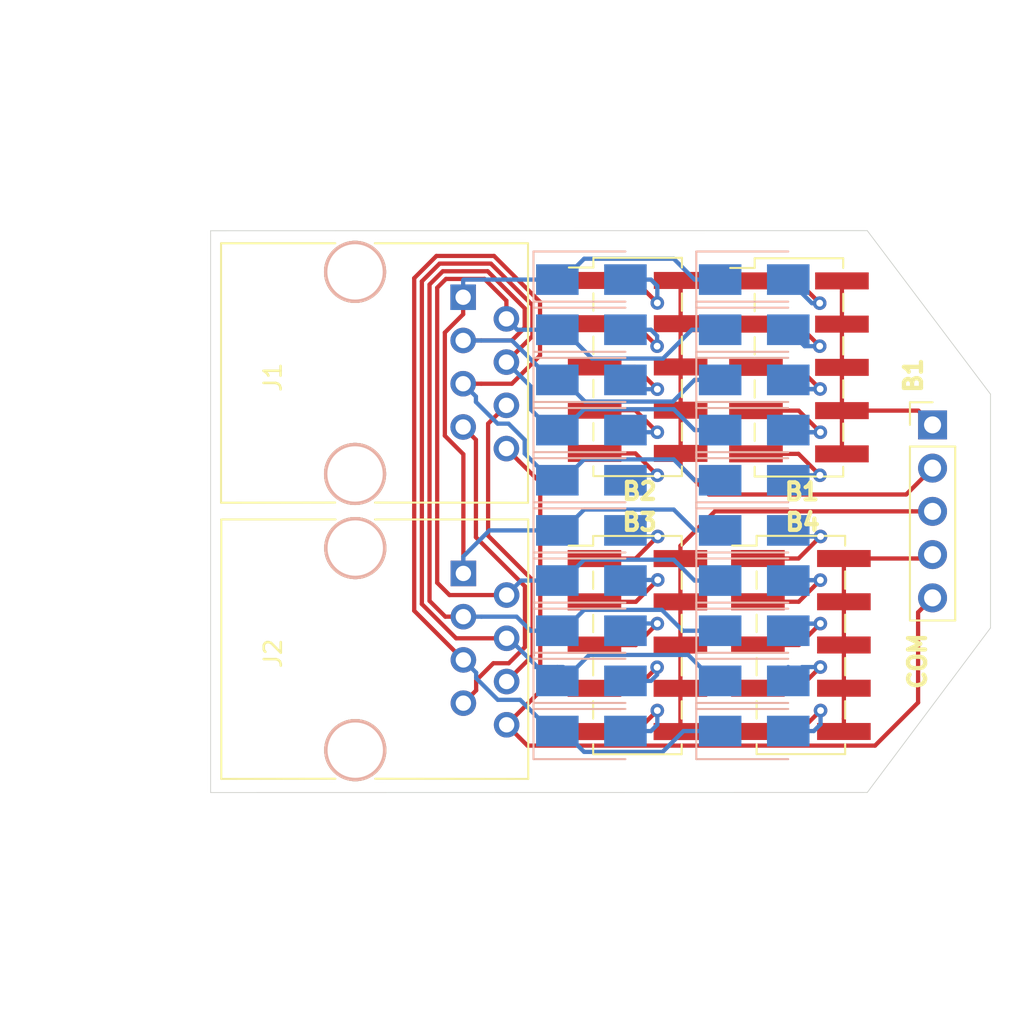
<source format=kicad_pcb>
(kicad_pcb (version 20171130) (host pcbnew "(5.1.4-0-10_14)")

  (general
    (thickness 1.6)
    (drawings 8)
    (tracks 297)
    (zones 0)
    (modules 27)
    (nets 33)
  )

  (page A4)
  (layers
    (0 F.Cu signal)
    (31 B.Cu signal)
    (32 B.Adhes user)
    (33 F.Adhes user)
    (34 B.Paste user)
    (35 F.Paste user)
    (36 B.SilkS user)
    (37 F.SilkS user)
    (38 B.Mask user)
    (39 F.Mask user)
    (40 Dwgs.User user)
    (41 Cmts.User user)
    (42 Eco1.User user)
    (43 Eco2.User user)
    (44 Edge.Cuts user)
    (45 Margin user)
    (46 B.CrtYd user)
    (47 F.CrtYd user)
    (48 B.Fab user hide)
    (49 F.Fab user hide)
  )

  (setup
    (last_trace_width 0.25)
    (trace_clearance 0.2)
    (zone_clearance 0.508)
    (zone_45_only no)
    (trace_min 0.2)
    (via_size 0.8)
    (via_drill 0.4)
    (via_min_size 0.4)
    (via_min_drill 0.3)
    (uvia_size 0.3)
    (uvia_drill 0.1)
    (uvias_allowed no)
    (uvia_min_size 0.2)
    (uvia_min_drill 0.1)
    (edge_width 0.05)
    (segment_width 0.2)
    (pcb_text_width 0.3)
    (pcb_text_size 1.5 1.5)
    (mod_edge_width 0.12)
    (mod_text_size 1 1)
    (mod_text_width 0.15)
    (pad_size 3.15 1)
    (pad_drill 0)
    (pad_to_mask_clearance 0.051)
    (solder_mask_min_width 0.25)
    (aux_axis_origin 0 0)
    (visible_elements FFFFFF7F)
    (pcbplotparams
      (layerselection 0x010fc_ffffffff)
      (usegerberextensions false)
      (usegerberattributes false)
      (usegerberadvancedattributes false)
      (creategerberjobfile false)
      (excludeedgelayer true)
      (linewidth 0.100000)
      (plotframeref false)
      (viasonmask false)
      (mode 1)
      (useauxorigin false)
      (hpglpennumber 1)
      (hpglpenspeed 20)
      (hpglpendiameter 15.000000)
      (psnegative false)
      (psa4output false)
      (plotreference true)
      (plotvalue true)
      (plotinvisibletext false)
      (padsonsilk false)
      (subtractmaskfromsilk false)
      (outputformat 1)
      (mirror false)
      (drillshape 0)
      (scaleselection 1)
      (outputdirectory "Gerber/"))
  )

  (net 0 "")
  (net 1 "Net-(D1-Pad2)")
  (net 2 /IN-1)
  (net 3 /IN-2)
  (net 4 "Net-(D2-Pad2)")
  (net 5 "Net-(D3-Pad2)")
  (net 6 /IN-3)
  (net 7 /IN-4)
  (net 8 "Net-(D4-Pad2)")
  (net 9 "Net-(D5-Pad2)")
  (net 10 /IN-5)
  (net 11 "Net-(D6-Pad2)")
  (net 12 "Net-(D7-Pad2)")
  (net 13 "Net-(D8-Pad2)")
  (net 14 "Net-(D9-Pad2)")
  (net 15 "Net-(D10-Pad2)")
  (net 16 "Net-(D11-Pad2)")
  (net 17 "Net-(D12-Pad2)")
  (net 18 "Net-(D13-Pad2)")
  (net 19 "Net-(D14-Pad2)")
  (net 20 "Net-(D15-Pad2)")
  (net 21 "Net-(D16-Pad2)")
  (net 22 "Net-(D17-Pad2)")
  (net 23 "Net-(D18-Pad2)")
  (net 24 "Net-(D19-Pad2)")
  (net 25 "Net-(D20-Pad2)")
  (net 26 VPP)
  (net 27 /BT-4)
  (net 28 /BT-3)
  (net 29 /BT-2)
  (net 30 /BT-1)
  (net 31 /IN-7)
  (net 32 /IN-6)

  (net_class Default "Это класс цепей по умолчанию."
    (clearance 0.2)
    (trace_width 0.25)
    (via_dia 0.8)
    (via_drill 0.4)
    (uvia_dia 0.3)
    (uvia_drill 0.1)
    (add_net /BT-1)
    (add_net /BT-2)
    (add_net /BT-3)
    (add_net /BT-4)
    (add_net /IN-1)
    (add_net /IN-2)
    (add_net /IN-3)
    (add_net /IN-4)
    (add_net /IN-5)
    (add_net /IN-6)
    (add_net /IN-7)
    (add_net "Net-(D1-Pad2)")
    (add_net "Net-(D10-Pad2)")
    (add_net "Net-(D11-Pad2)")
    (add_net "Net-(D12-Pad2)")
    (add_net "Net-(D13-Pad2)")
    (add_net "Net-(D14-Pad2)")
    (add_net "Net-(D15-Pad2)")
    (add_net "Net-(D16-Pad2)")
    (add_net "Net-(D17-Pad2)")
    (add_net "Net-(D18-Pad2)")
    (add_net "Net-(D19-Pad2)")
    (add_net "Net-(D2-Pad2)")
    (add_net "Net-(D20-Pad2)")
    (add_net "Net-(D3-Pad2)")
    (add_net "Net-(D4-Pad2)")
    (add_net "Net-(D5-Pad2)")
    (add_net "Net-(D6-Pad2)")
    (add_net "Net-(D7-Pad2)")
    (add_net "Net-(D8-Pad2)")
    (add_net "Net-(D9-Pad2)")
    (add_net VPP)
  )

  (module Diodes_SMD:D_SMA (layer B.Cu) (tedit 586432E5) (tstamp 5DE13EED)
    (at 139.1031 80.4037)
    (descr "Diode SMA (DO-214AC)")
    (tags "Diode SMA (DO-214AC)")
    (path /5DE61067)
    (attr smd)
    (fp_text reference D1 (at 0 2.5) (layer B.SilkS) hide
      (effects (font (size 1 1) (thickness 0.15)) (justify mirror))
    )
    (fp_text value SB160 (at 0 -2.6) (layer B.Fab)
      (effects (font (size 1 1) (thickness 0.15)) (justify mirror))
    )
    (fp_line (start -3.4 1.65) (end 2 1.65) (layer B.SilkS) (width 0.12))
    (fp_line (start -3.4 -1.65) (end 2 -1.65) (layer B.SilkS) (width 0.12))
    (fp_line (start -0.64944 -0.00102) (end 0.50118 0.79908) (layer B.Fab) (width 0.1))
    (fp_line (start -0.64944 -0.00102) (end 0.50118 -0.75032) (layer B.Fab) (width 0.1))
    (fp_line (start 0.50118 -0.75032) (end 0.50118 0.79908) (layer B.Fab) (width 0.1))
    (fp_line (start -0.64944 0.79908) (end -0.64944 -0.80112) (layer B.Fab) (width 0.1))
    (fp_line (start 0.50118 -0.00102) (end 1.4994 -0.00102) (layer B.Fab) (width 0.1))
    (fp_line (start -0.64944 -0.00102) (end -1.55114 -0.00102) (layer B.Fab) (width 0.1))
    (fp_line (start -3.5 -1.75) (end -3.5 1.75) (layer B.CrtYd) (width 0.05))
    (fp_line (start 3.5 -1.75) (end -3.5 -1.75) (layer B.CrtYd) (width 0.05))
    (fp_line (start 3.5 1.75) (end 3.5 -1.75) (layer B.CrtYd) (width 0.05))
    (fp_line (start -3.5 1.75) (end 3.5 1.75) (layer B.CrtYd) (width 0.05))
    (fp_line (start 2.3 1.5) (end -2.3 1.5) (layer B.Fab) (width 0.1))
    (fp_line (start 2.3 1.5) (end 2.3 -1.5) (layer B.Fab) (width 0.1))
    (fp_line (start -2.3 -1.5) (end -2.3 1.5) (layer B.Fab) (width 0.1))
    (fp_line (start 2.3 -1.5) (end -2.3 -1.5) (layer B.Fab) (width 0.1))
    (fp_line (start -3.4 1.65) (end -3.4 -1.65) (layer B.SilkS) (width 0.12))
    (fp_text user %R (at 0 2.5) (layer B.Fab)
      (effects (font (size 1 1) (thickness 0.15)) (justify mirror))
    )
    (pad 2 smd rect (at 2 0) (size 2.5 1.8) (layers B.Cu B.Paste B.Mask)
      (net 1 "Net-(D1-Pad2)"))
    (pad 1 smd rect (at -2 0) (size 2.5 1.8) (layers B.Cu B.Paste B.Mask)
      (net 2 /IN-1))
    (model ${KISYS3DMOD}/Diodes_SMD.3dshapes/D_SMA.wrl
      (at (xyz 0 0 0))
      (scale (xyz 1 1 1))
      (rotate (xyz 0 0 0))
    )
    (model ${KIPRJMOD}/3D/D_SMA.step
      (at (xyz 0 0 0))
      (scale (xyz 1 1 1))
      (rotate (xyz 0 0 0))
    )
  )

  (module Diodes_SMD:D_SMA (layer B.Cu) (tedit 586432E5) (tstamp 5DE13F05)
    (at 139.1031 83.3501)
    (descr "Diode SMA (DO-214AC)")
    (tags "Diode SMA (DO-214AC)")
    (path /5DE7D354)
    (attr smd)
    (fp_text reference D2 (at 0 2.5) (layer B.SilkS) hide
      (effects (font (size 1 1) (thickness 0.15)) (justify mirror))
    )
    (fp_text value SB160 (at 0 -2.6) (layer B.Fab)
      (effects (font (size 1 1) (thickness 0.15)) (justify mirror))
    )
    (fp_text user %R (at 0 2.5) (layer B.Fab)
      (effects (font (size 1 1) (thickness 0.15)) (justify mirror))
    )
    (fp_line (start -3.4 1.65) (end -3.4 -1.65) (layer B.SilkS) (width 0.12))
    (fp_line (start 2.3 -1.5) (end -2.3 -1.5) (layer B.Fab) (width 0.1))
    (fp_line (start -2.3 -1.5) (end -2.3 1.5) (layer B.Fab) (width 0.1))
    (fp_line (start 2.3 1.5) (end 2.3 -1.5) (layer B.Fab) (width 0.1))
    (fp_line (start 2.3 1.5) (end -2.3 1.5) (layer B.Fab) (width 0.1))
    (fp_line (start -3.5 1.75) (end 3.5 1.75) (layer B.CrtYd) (width 0.05))
    (fp_line (start 3.5 1.75) (end 3.5 -1.75) (layer B.CrtYd) (width 0.05))
    (fp_line (start 3.5 -1.75) (end -3.5 -1.75) (layer B.CrtYd) (width 0.05))
    (fp_line (start -3.5 -1.75) (end -3.5 1.75) (layer B.CrtYd) (width 0.05))
    (fp_line (start -0.64944 -0.00102) (end -1.55114 -0.00102) (layer B.Fab) (width 0.1))
    (fp_line (start 0.50118 -0.00102) (end 1.4994 -0.00102) (layer B.Fab) (width 0.1))
    (fp_line (start -0.64944 0.79908) (end -0.64944 -0.80112) (layer B.Fab) (width 0.1))
    (fp_line (start 0.50118 -0.75032) (end 0.50118 0.79908) (layer B.Fab) (width 0.1))
    (fp_line (start -0.64944 -0.00102) (end 0.50118 -0.75032) (layer B.Fab) (width 0.1))
    (fp_line (start -0.64944 -0.00102) (end 0.50118 0.79908) (layer B.Fab) (width 0.1))
    (fp_line (start -3.4 -1.65) (end 2 -1.65) (layer B.SilkS) (width 0.12))
    (fp_line (start -3.4 1.65) (end 2 1.65) (layer B.SilkS) (width 0.12))
    (pad 1 smd rect (at -2 0) (size 2.5 1.8) (layers B.Cu B.Paste B.Mask)
      (net 3 /IN-2))
    (pad 2 smd rect (at 2 0) (size 2.5 1.8) (layers B.Cu B.Paste B.Mask)
      (net 4 "Net-(D2-Pad2)"))
    (model ${KISYS3DMOD}/Diodes_SMD.3dshapes/D_SMA.wrl
      (at (xyz 0 0 0))
      (scale (xyz 1 1 1))
      (rotate (xyz 0 0 0))
    )
    (model ${KIPRJMOD}/3D/D_SMA.step
      (at (xyz 0 0 0))
      (scale (xyz 1 1 1))
      (rotate (xyz 0 0 0))
    )
  )

  (module Diodes_SMD:D_SMA (layer B.Cu) (tedit 586432E5) (tstamp 5DE13F1D)
    (at 139.1031 86.2965)
    (descr "Diode SMA (DO-214AC)")
    (tags "Diode SMA (DO-214AC)")
    (path /5DE7D777)
    (attr smd)
    (fp_text reference D3 (at 0 2.5) (layer B.SilkS) hide
      (effects (font (size 1 1) (thickness 0.15)) (justify mirror))
    )
    (fp_text value SB160 (at 0 -2.6) (layer B.Fab)
      (effects (font (size 1 1) (thickness 0.15)) (justify mirror))
    )
    (fp_line (start -3.4 1.65) (end 2 1.65) (layer B.SilkS) (width 0.12))
    (fp_line (start -3.4 -1.65) (end 2 -1.65) (layer B.SilkS) (width 0.12))
    (fp_line (start -0.64944 -0.00102) (end 0.50118 0.79908) (layer B.Fab) (width 0.1))
    (fp_line (start -0.64944 -0.00102) (end 0.50118 -0.75032) (layer B.Fab) (width 0.1))
    (fp_line (start 0.50118 -0.75032) (end 0.50118 0.79908) (layer B.Fab) (width 0.1))
    (fp_line (start -0.64944 0.79908) (end -0.64944 -0.80112) (layer B.Fab) (width 0.1))
    (fp_line (start 0.50118 -0.00102) (end 1.4994 -0.00102) (layer B.Fab) (width 0.1))
    (fp_line (start -0.64944 -0.00102) (end -1.55114 -0.00102) (layer B.Fab) (width 0.1))
    (fp_line (start -3.5 -1.75) (end -3.5 1.75) (layer B.CrtYd) (width 0.05))
    (fp_line (start 3.5 -1.75) (end -3.5 -1.75) (layer B.CrtYd) (width 0.05))
    (fp_line (start 3.5 1.75) (end 3.5 -1.75) (layer B.CrtYd) (width 0.05))
    (fp_line (start -3.5 1.75) (end 3.5 1.75) (layer B.CrtYd) (width 0.05))
    (fp_line (start 2.3 1.5) (end -2.3 1.5) (layer B.Fab) (width 0.1))
    (fp_line (start 2.3 1.5) (end 2.3 -1.5) (layer B.Fab) (width 0.1))
    (fp_line (start -2.3 -1.5) (end -2.3 1.5) (layer B.Fab) (width 0.1))
    (fp_line (start 2.3 -1.5) (end -2.3 -1.5) (layer B.Fab) (width 0.1))
    (fp_line (start -3.4 1.65) (end -3.4 -1.65) (layer B.SilkS) (width 0.12))
    (fp_text user %R (at 0 2.5) (layer B.Fab)
      (effects (font (size 1 1) (thickness 0.15)) (justify mirror))
    )
    (pad 2 smd rect (at 2 0) (size 2.5 1.8) (layers B.Cu B.Paste B.Mask)
      (net 5 "Net-(D3-Pad2)"))
    (pad 1 smd rect (at -2 0) (size 2.5 1.8) (layers B.Cu B.Paste B.Mask)
      (net 6 /IN-3))
    (model ${KISYS3DMOD}/Diodes_SMD.3dshapes/D_SMA.wrl
      (at (xyz 0 0 0))
      (scale (xyz 1 1 1))
      (rotate (xyz 0 0 0))
    )
    (model ${KIPRJMOD}/3D/D_SMA.step
      (at (xyz 0 0 0))
      (scale (xyz 1 1 1))
      (rotate (xyz 0 0 0))
    )
  )

  (module Diodes_SMD:D_SMA (layer B.Cu) (tedit 586432E5) (tstamp 5DE13F35)
    (at 139.1031 89.2429)
    (descr "Diode SMA (DO-214AC)")
    (tags "Diode SMA (DO-214AC)")
    (path /5DE7E116)
    (attr smd)
    (fp_text reference D4 (at 0 2.5) (layer B.SilkS) hide
      (effects (font (size 1 1) (thickness 0.15)) (justify mirror))
    )
    (fp_text value SB160 (at 0 -2.6) (layer B.Fab)
      (effects (font (size 1 1) (thickness 0.15)) (justify mirror))
    )
    (fp_text user %R (at 0 2.5) (layer B.Fab)
      (effects (font (size 1 1) (thickness 0.15)) (justify mirror))
    )
    (fp_line (start -3.4 1.65) (end -3.4 -1.65) (layer B.SilkS) (width 0.12))
    (fp_line (start 2.3 -1.5) (end -2.3 -1.5) (layer B.Fab) (width 0.1))
    (fp_line (start -2.3 -1.5) (end -2.3 1.5) (layer B.Fab) (width 0.1))
    (fp_line (start 2.3 1.5) (end 2.3 -1.5) (layer B.Fab) (width 0.1))
    (fp_line (start 2.3 1.5) (end -2.3 1.5) (layer B.Fab) (width 0.1))
    (fp_line (start -3.5 1.75) (end 3.5 1.75) (layer B.CrtYd) (width 0.05))
    (fp_line (start 3.5 1.75) (end 3.5 -1.75) (layer B.CrtYd) (width 0.05))
    (fp_line (start 3.5 -1.75) (end -3.5 -1.75) (layer B.CrtYd) (width 0.05))
    (fp_line (start -3.5 -1.75) (end -3.5 1.75) (layer B.CrtYd) (width 0.05))
    (fp_line (start -0.64944 -0.00102) (end -1.55114 -0.00102) (layer B.Fab) (width 0.1))
    (fp_line (start 0.50118 -0.00102) (end 1.4994 -0.00102) (layer B.Fab) (width 0.1))
    (fp_line (start -0.64944 0.79908) (end -0.64944 -0.80112) (layer B.Fab) (width 0.1))
    (fp_line (start 0.50118 -0.75032) (end 0.50118 0.79908) (layer B.Fab) (width 0.1))
    (fp_line (start -0.64944 -0.00102) (end 0.50118 -0.75032) (layer B.Fab) (width 0.1))
    (fp_line (start -0.64944 -0.00102) (end 0.50118 0.79908) (layer B.Fab) (width 0.1))
    (fp_line (start -3.4 -1.65) (end 2 -1.65) (layer B.SilkS) (width 0.12))
    (fp_line (start -3.4 1.65) (end 2 1.65) (layer B.SilkS) (width 0.12))
    (pad 1 smd rect (at -2 0) (size 2.5 1.8) (layers B.Cu B.Paste B.Mask)
      (net 7 /IN-4))
    (pad 2 smd rect (at 2 0) (size 2.5 1.8) (layers B.Cu B.Paste B.Mask)
      (net 8 "Net-(D4-Pad2)"))
    (model ${KISYS3DMOD}/Diodes_SMD.3dshapes/D_SMA.wrl
      (at (xyz 0 0 0))
      (scale (xyz 1 1 1))
      (rotate (xyz 0 0 0))
    )
    (model ${KIPRJMOD}/3D/D_SMA.step
      (at (xyz 0 0 0))
      (scale (xyz 1 1 1))
      (rotate (xyz 0 0 0))
    )
  )

  (module Diodes_SMD:D_SMA (layer B.Cu) (tedit 586432E5) (tstamp 5DE13F4D)
    (at 139.1031 92.1893)
    (descr "Diode SMA (DO-214AC)")
    (tags "Diode SMA (DO-214AC)")
    (path /5DE7F667)
    (attr smd)
    (fp_text reference D5 (at 0 2.5) (layer B.SilkS) hide
      (effects (font (size 1 1) (thickness 0.15)) (justify mirror))
    )
    (fp_text value SB160 (at 0 -2.6) (layer B.Fab)
      (effects (font (size 1 1) (thickness 0.15)) (justify mirror))
    )
    (fp_line (start -3.4 1.65) (end 2 1.65) (layer B.SilkS) (width 0.12))
    (fp_line (start -3.4 -1.65) (end 2 -1.65) (layer B.SilkS) (width 0.12))
    (fp_line (start -0.64944 -0.00102) (end 0.50118 0.79908) (layer B.Fab) (width 0.1))
    (fp_line (start -0.64944 -0.00102) (end 0.50118 -0.75032) (layer B.Fab) (width 0.1))
    (fp_line (start 0.50118 -0.75032) (end 0.50118 0.79908) (layer B.Fab) (width 0.1))
    (fp_line (start -0.64944 0.79908) (end -0.64944 -0.80112) (layer B.Fab) (width 0.1))
    (fp_line (start 0.50118 -0.00102) (end 1.4994 -0.00102) (layer B.Fab) (width 0.1))
    (fp_line (start -0.64944 -0.00102) (end -1.55114 -0.00102) (layer B.Fab) (width 0.1))
    (fp_line (start -3.5 -1.75) (end -3.5 1.75) (layer B.CrtYd) (width 0.05))
    (fp_line (start 3.5 -1.75) (end -3.5 -1.75) (layer B.CrtYd) (width 0.05))
    (fp_line (start 3.5 1.75) (end 3.5 -1.75) (layer B.CrtYd) (width 0.05))
    (fp_line (start -3.5 1.75) (end 3.5 1.75) (layer B.CrtYd) (width 0.05))
    (fp_line (start 2.3 1.5) (end -2.3 1.5) (layer B.Fab) (width 0.1))
    (fp_line (start 2.3 1.5) (end 2.3 -1.5) (layer B.Fab) (width 0.1))
    (fp_line (start -2.3 -1.5) (end -2.3 1.5) (layer B.Fab) (width 0.1))
    (fp_line (start 2.3 -1.5) (end -2.3 -1.5) (layer B.Fab) (width 0.1))
    (fp_line (start -3.4 1.65) (end -3.4 -1.65) (layer B.SilkS) (width 0.12))
    (fp_text user %R (at 0 2.5) (layer B.Fab)
      (effects (font (size 1 1) (thickness 0.15)) (justify mirror))
    )
    (pad 2 smd rect (at 2 0) (size 2.5 1.8) (layers B.Cu B.Paste B.Mask)
      (net 9 "Net-(D5-Pad2)"))
    (pad 1 smd rect (at -2 0) (size 2.5 1.8) (layers B.Cu B.Paste B.Mask)
      (net 10 /IN-5))
    (model ${KISYS3DMOD}/Diodes_SMD.3dshapes/D_SMA.wrl
      (at (xyz 0 0 0))
      (scale (xyz 1 1 1))
      (rotate (xyz 0 0 0))
    )
    (model ${KIPRJMOD}/3D/D_SMA.step
      (at (xyz 0 0 0))
      (scale (xyz 1 1 1))
      (rotate (xyz 0 0 0))
    )
  )

  (module Diodes_SMD:D_SMA (layer B.Cu) (tedit 586432E5) (tstamp 5DE13F65)
    (at 129.54 80.4037)
    (descr "Diode SMA (DO-214AC)")
    (tags "Diode SMA (DO-214AC)")
    (path /5DE9B99A)
    (attr smd)
    (fp_text reference D6 (at 0 2.5) (layer B.SilkS) hide
      (effects (font (size 1 1) (thickness 0.15)) (justify mirror))
    )
    (fp_text value SB160 (at 0 -2.6) (layer B.Fab)
      (effects (font (size 1 1) (thickness 0.15)) (justify mirror))
    )
    (fp_text user %R (at 0 2.5) (layer B.Fab)
      (effects (font (size 1 1) (thickness 0.15)) (justify mirror))
    )
    (fp_line (start -3.4 1.65) (end -3.4 -1.65) (layer B.SilkS) (width 0.12))
    (fp_line (start 2.3 -1.5) (end -2.3 -1.5) (layer B.Fab) (width 0.1))
    (fp_line (start -2.3 -1.5) (end -2.3 1.5) (layer B.Fab) (width 0.1))
    (fp_line (start 2.3 1.5) (end 2.3 -1.5) (layer B.Fab) (width 0.1))
    (fp_line (start 2.3 1.5) (end -2.3 1.5) (layer B.Fab) (width 0.1))
    (fp_line (start -3.5 1.75) (end 3.5 1.75) (layer B.CrtYd) (width 0.05))
    (fp_line (start 3.5 1.75) (end 3.5 -1.75) (layer B.CrtYd) (width 0.05))
    (fp_line (start 3.5 -1.75) (end -3.5 -1.75) (layer B.CrtYd) (width 0.05))
    (fp_line (start -3.5 -1.75) (end -3.5 1.75) (layer B.CrtYd) (width 0.05))
    (fp_line (start -0.64944 -0.00102) (end -1.55114 -0.00102) (layer B.Fab) (width 0.1))
    (fp_line (start 0.50118 -0.00102) (end 1.4994 -0.00102) (layer B.Fab) (width 0.1))
    (fp_line (start -0.64944 0.79908) (end -0.64944 -0.80112) (layer B.Fab) (width 0.1))
    (fp_line (start 0.50118 -0.75032) (end 0.50118 0.79908) (layer B.Fab) (width 0.1))
    (fp_line (start -0.64944 -0.00102) (end 0.50118 -0.75032) (layer B.Fab) (width 0.1))
    (fp_line (start -0.64944 -0.00102) (end 0.50118 0.79908) (layer B.Fab) (width 0.1))
    (fp_line (start -3.4 -1.65) (end 2 -1.65) (layer B.SilkS) (width 0.12))
    (fp_line (start -3.4 1.65) (end 2 1.65) (layer B.SilkS) (width 0.12))
    (pad 1 smd rect (at -2 0) (size 2.5 1.8) (layers B.Cu B.Paste B.Mask)
      (net 2 /IN-1))
    (pad 2 smd rect (at 2 0) (size 2.5 1.8) (layers B.Cu B.Paste B.Mask)
      (net 11 "Net-(D6-Pad2)"))
    (model ${KISYS3DMOD}/Diodes_SMD.3dshapes/D_SMA.wrl
      (at (xyz 0 0 0))
      (scale (xyz 1 1 1))
      (rotate (xyz 0 0 0))
    )
    (model ${KIPRJMOD}/3D/D_SMA.step
      (at (xyz 0 0 0))
      (scale (xyz 1 1 1))
      (rotate (xyz 0 0 0))
    )
  )

  (module Diodes_SMD:D_SMA (layer B.Cu) (tedit 586432E5) (tstamp 5DE13F7D)
    (at 129.54 83.3501)
    (descr "Diode SMA (DO-214AC)")
    (tags "Diode SMA (DO-214AC)")
    (path /5DE9B9B6)
    (attr smd)
    (fp_text reference D7 (at 0 2.5) (layer B.SilkS) hide
      (effects (font (size 1 1) (thickness 0.15)) (justify mirror))
    )
    (fp_text value SB160 (at 0 -2.6) (layer B.Fab)
      (effects (font (size 1 1) (thickness 0.15)) (justify mirror))
    )
    (fp_line (start -3.4 1.65) (end 2 1.65) (layer B.SilkS) (width 0.12))
    (fp_line (start -3.4 -1.65) (end 2 -1.65) (layer B.SilkS) (width 0.12))
    (fp_line (start -0.64944 -0.00102) (end 0.50118 0.79908) (layer B.Fab) (width 0.1))
    (fp_line (start -0.64944 -0.00102) (end 0.50118 -0.75032) (layer B.Fab) (width 0.1))
    (fp_line (start 0.50118 -0.75032) (end 0.50118 0.79908) (layer B.Fab) (width 0.1))
    (fp_line (start -0.64944 0.79908) (end -0.64944 -0.80112) (layer B.Fab) (width 0.1))
    (fp_line (start 0.50118 -0.00102) (end 1.4994 -0.00102) (layer B.Fab) (width 0.1))
    (fp_line (start -0.64944 -0.00102) (end -1.55114 -0.00102) (layer B.Fab) (width 0.1))
    (fp_line (start -3.5 -1.75) (end -3.5 1.75) (layer B.CrtYd) (width 0.05))
    (fp_line (start 3.5 -1.75) (end -3.5 -1.75) (layer B.CrtYd) (width 0.05))
    (fp_line (start 3.5 1.75) (end 3.5 -1.75) (layer B.CrtYd) (width 0.05))
    (fp_line (start -3.5 1.75) (end 3.5 1.75) (layer B.CrtYd) (width 0.05))
    (fp_line (start 2.3 1.5) (end -2.3 1.5) (layer B.Fab) (width 0.1))
    (fp_line (start 2.3 1.5) (end 2.3 -1.5) (layer B.Fab) (width 0.1))
    (fp_line (start -2.3 -1.5) (end -2.3 1.5) (layer B.Fab) (width 0.1))
    (fp_line (start 2.3 -1.5) (end -2.3 -1.5) (layer B.Fab) (width 0.1))
    (fp_line (start -3.4 1.65) (end -3.4 -1.65) (layer B.SilkS) (width 0.12))
    (fp_text user %R (at 0 2.5) (layer B.Fab)
      (effects (font (size 1 1) (thickness 0.15)) (justify mirror))
    )
    (pad 2 smd rect (at 2 0) (size 2.5 1.8) (layers B.Cu B.Paste B.Mask)
      (net 12 "Net-(D7-Pad2)"))
    (pad 1 smd rect (at -2 0) (size 2.5 1.8) (layers B.Cu B.Paste B.Mask)
      (net 3 /IN-2))
    (model ${KISYS3DMOD}/Diodes_SMD.3dshapes/D_SMA.wrl
      (at (xyz 0 0 0))
      (scale (xyz 1 1 1))
      (rotate (xyz 0 0 0))
    )
    (model ${KIPRJMOD}/3D/D_SMA.step
      (at (xyz 0 0 0))
      (scale (xyz 1 1 1))
      (rotate (xyz 0 0 0))
    )
  )

  (module Diodes_SMD:D_SMA (layer B.Cu) (tedit 586432E5) (tstamp 5DE13F95)
    (at 129.54 86.2965)
    (descr "Diode SMA (DO-214AC)")
    (tags "Diode SMA (DO-214AC)")
    (path /5DE9B9C0)
    (attr smd)
    (fp_text reference D8 (at 0 2.5) (layer B.SilkS) hide
      (effects (font (size 1 1) (thickness 0.15)) (justify mirror))
    )
    (fp_text value SB160 (at 0 -2.6) (layer B.Fab)
      (effects (font (size 1 1) (thickness 0.15)) (justify mirror))
    )
    (fp_text user %R (at 0 2.5) (layer B.Fab)
      (effects (font (size 1 1) (thickness 0.15)) (justify mirror))
    )
    (fp_line (start -3.4 1.65) (end -3.4 -1.65) (layer B.SilkS) (width 0.12))
    (fp_line (start 2.3 -1.5) (end -2.3 -1.5) (layer B.Fab) (width 0.1))
    (fp_line (start -2.3 -1.5) (end -2.3 1.5) (layer B.Fab) (width 0.1))
    (fp_line (start 2.3 1.5) (end 2.3 -1.5) (layer B.Fab) (width 0.1))
    (fp_line (start 2.3 1.5) (end -2.3 1.5) (layer B.Fab) (width 0.1))
    (fp_line (start -3.5 1.75) (end 3.5 1.75) (layer B.CrtYd) (width 0.05))
    (fp_line (start 3.5 1.75) (end 3.5 -1.75) (layer B.CrtYd) (width 0.05))
    (fp_line (start 3.5 -1.75) (end -3.5 -1.75) (layer B.CrtYd) (width 0.05))
    (fp_line (start -3.5 -1.75) (end -3.5 1.75) (layer B.CrtYd) (width 0.05))
    (fp_line (start -0.64944 -0.00102) (end -1.55114 -0.00102) (layer B.Fab) (width 0.1))
    (fp_line (start 0.50118 -0.00102) (end 1.4994 -0.00102) (layer B.Fab) (width 0.1))
    (fp_line (start -0.64944 0.79908) (end -0.64944 -0.80112) (layer B.Fab) (width 0.1))
    (fp_line (start 0.50118 -0.75032) (end 0.50118 0.79908) (layer B.Fab) (width 0.1))
    (fp_line (start -0.64944 -0.00102) (end 0.50118 -0.75032) (layer B.Fab) (width 0.1))
    (fp_line (start -0.64944 -0.00102) (end 0.50118 0.79908) (layer B.Fab) (width 0.1))
    (fp_line (start -3.4 -1.65) (end 2 -1.65) (layer B.SilkS) (width 0.12))
    (fp_line (start -3.4 1.65) (end 2 1.65) (layer B.SilkS) (width 0.12))
    (pad 1 smd rect (at -2 0) (size 2.5 1.8) (layers B.Cu B.Paste B.Mask)
      (net 6 /IN-3))
    (pad 2 smd rect (at 2 0) (size 2.5 1.8) (layers B.Cu B.Paste B.Mask)
      (net 13 "Net-(D8-Pad2)"))
    (model ${KISYS3DMOD}/Diodes_SMD.3dshapes/D_SMA.wrl
      (at (xyz 0 0 0))
      (scale (xyz 1 1 1))
      (rotate (xyz 0 0 0))
    )
    (model ${KIPRJMOD}/3D/D_SMA.step
      (at (xyz 0 0 0))
      (scale (xyz 1 1 1))
      (rotate (xyz 0 0 0))
    )
  )

  (module Diodes_SMD:D_SMA (layer B.Cu) (tedit 586432E5) (tstamp 5DE13FAD)
    (at 129.54 89.2429)
    (descr "Diode SMA (DO-214AC)")
    (tags "Diode SMA (DO-214AC)")
    (path /5DE9B9CA)
    (attr smd)
    (fp_text reference D9 (at 0 2.5) (layer B.SilkS) hide
      (effects (font (size 1 1) (thickness 0.15)) (justify mirror))
    )
    (fp_text value SB160 (at 0 -2.6) (layer B.Fab)
      (effects (font (size 1 1) (thickness 0.15)) (justify mirror))
    )
    (fp_line (start -3.4 1.65) (end 2 1.65) (layer B.SilkS) (width 0.12))
    (fp_line (start -3.4 -1.65) (end 2 -1.65) (layer B.SilkS) (width 0.12))
    (fp_line (start -0.64944 -0.00102) (end 0.50118 0.79908) (layer B.Fab) (width 0.1))
    (fp_line (start -0.64944 -0.00102) (end 0.50118 -0.75032) (layer B.Fab) (width 0.1))
    (fp_line (start 0.50118 -0.75032) (end 0.50118 0.79908) (layer B.Fab) (width 0.1))
    (fp_line (start -0.64944 0.79908) (end -0.64944 -0.80112) (layer B.Fab) (width 0.1))
    (fp_line (start 0.50118 -0.00102) (end 1.4994 -0.00102) (layer B.Fab) (width 0.1))
    (fp_line (start -0.64944 -0.00102) (end -1.55114 -0.00102) (layer B.Fab) (width 0.1))
    (fp_line (start -3.5 -1.75) (end -3.5 1.75) (layer B.CrtYd) (width 0.05))
    (fp_line (start 3.5 -1.75) (end -3.5 -1.75) (layer B.CrtYd) (width 0.05))
    (fp_line (start 3.5 1.75) (end 3.5 -1.75) (layer B.CrtYd) (width 0.05))
    (fp_line (start -3.5 1.75) (end 3.5 1.75) (layer B.CrtYd) (width 0.05))
    (fp_line (start 2.3 1.5) (end -2.3 1.5) (layer B.Fab) (width 0.1))
    (fp_line (start 2.3 1.5) (end 2.3 -1.5) (layer B.Fab) (width 0.1))
    (fp_line (start -2.3 -1.5) (end -2.3 1.5) (layer B.Fab) (width 0.1))
    (fp_line (start 2.3 -1.5) (end -2.3 -1.5) (layer B.Fab) (width 0.1))
    (fp_line (start -3.4 1.65) (end -3.4 -1.65) (layer B.SilkS) (width 0.12))
    (fp_text user %R (at 0 2.5) (layer B.Fab)
      (effects (font (size 1 1) (thickness 0.15)) (justify mirror))
    )
    (pad 2 smd rect (at 2 0) (size 2.5 1.8) (layers B.Cu B.Paste B.Mask)
      (net 14 "Net-(D9-Pad2)"))
    (pad 1 smd rect (at -2 0) (size 2.5 1.8) (layers B.Cu B.Paste B.Mask)
      (net 7 /IN-4))
    (model ${KISYS3DMOD}/Diodes_SMD.3dshapes/D_SMA.wrl
      (at (xyz 0 0 0))
      (scale (xyz 1 1 1))
      (rotate (xyz 0 0 0))
    )
    (model ${KIPRJMOD}/3D/D_SMA.step
      (at (xyz 0 0 0))
      (scale (xyz 1 1 1))
      (rotate (xyz 0 0 0))
    )
  )

  (module Diodes_SMD:D_SMA (layer B.Cu) (tedit 586432E5) (tstamp 5DE13FC5)
    (at 129.54 92.1893)
    (descr "Diode SMA (DO-214AC)")
    (tags "Diode SMA (DO-214AC)")
    (path /5DE9B9D4)
    (attr smd)
    (fp_text reference D10 (at 0 2.5) (layer B.SilkS) hide
      (effects (font (size 1 1) (thickness 0.15)) (justify mirror))
    )
    (fp_text value SB160 (at 0 -2.6) (layer B.Fab)
      (effects (font (size 1 1) (thickness 0.15)) (justify mirror))
    )
    (fp_text user %R (at 0 2.5) (layer B.Fab)
      (effects (font (size 1 1) (thickness 0.15)) (justify mirror))
    )
    (fp_line (start -3.4 1.65) (end -3.4 -1.65) (layer B.SilkS) (width 0.12))
    (fp_line (start 2.3 -1.5) (end -2.3 -1.5) (layer B.Fab) (width 0.1))
    (fp_line (start -2.3 -1.5) (end -2.3 1.5) (layer B.Fab) (width 0.1))
    (fp_line (start 2.3 1.5) (end 2.3 -1.5) (layer B.Fab) (width 0.1))
    (fp_line (start 2.3 1.5) (end -2.3 1.5) (layer B.Fab) (width 0.1))
    (fp_line (start -3.5 1.75) (end 3.5 1.75) (layer B.CrtYd) (width 0.05))
    (fp_line (start 3.5 1.75) (end 3.5 -1.75) (layer B.CrtYd) (width 0.05))
    (fp_line (start 3.5 -1.75) (end -3.5 -1.75) (layer B.CrtYd) (width 0.05))
    (fp_line (start -3.5 -1.75) (end -3.5 1.75) (layer B.CrtYd) (width 0.05))
    (fp_line (start -0.64944 -0.00102) (end -1.55114 -0.00102) (layer B.Fab) (width 0.1))
    (fp_line (start 0.50118 -0.00102) (end 1.4994 -0.00102) (layer B.Fab) (width 0.1))
    (fp_line (start -0.64944 0.79908) (end -0.64944 -0.80112) (layer B.Fab) (width 0.1))
    (fp_line (start 0.50118 -0.75032) (end 0.50118 0.79908) (layer B.Fab) (width 0.1))
    (fp_line (start -0.64944 -0.00102) (end 0.50118 -0.75032) (layer B.Fab) (width 0.1))
    (fp_line (start -0.64944 -0.00102) (end 0.50118 0.79908) (layer B.Fab) (width 0.1))
    (fp_line (start -3.4 -1.65) (end 2 -1.65) (layer B.SilkS) (width 0.12))
    (fp_line (start -3.4 1.65) (end 2 1.65) (layer B.SilkS) (width 0.12))
    (pad 1 smd rect (at -2 0) (size 2.5 1.8) (layers B.Cu B.Paste B.Mask)
      (net 10 /IN-5))
    (pad 2 smd rect (at 2 0) (size 2.5 1.8) (layers B.Cu B.Paste B.Mask)
      (net 15 "Net-(D10-Pad2)"))
    (model ${KISYS3DMOD}/Diodes_SMD.3dshapes/D_SMA.wrl
      (at (xyz 0 0 0))
      (scale (xyz 1 1 1))
      (rotate (xyz 0 0 0))
    )
    (model ${KIPRJMOD}/3D/D_SMA.step
      (at (xyz 0 0 0))
      (scale (xyz 1 1 1))
      (rotate (xyz 0 0 0))
    )
  )

  (module Diodes_SMD:D_SMA (layer B.Cu) (tedit 586432E5) (tstamp 5DE13FDD)
    (at 129.54 65.6717)
    (descr "Diode SMA (DO-214AC)")
    (tags "Diode SMA (DO-214AC)")
    (path /5DEB09D5)
    (attr smd)
    (fp_text reference D11 (at 0 2.5) (layer B.SilkS) hide
      (effects (font (size 1 1) (thickness 0.15)) (justify mirror))
    )
    (fp_text value SB160 (at 0 -2.6) (layer B.Fab)
      (effects (font (size 1 1) (thickness 0.15)) (justify mirror))
    )
    (fp_line (start -3.4 1.65) (end 2 1.65) (layer B.SilkS) (width 0.12))
    (fp_line (start -3.4 -1.65) (end 2 -1.65) (layer B.SilkS) (width 0.12))
    (fp_line (start -0.64944 -0.00102) (end 0.50118 0.79908) (layer B.Fab) (width 0.1))
    (fp_line (start -0.64944 -0.00102) (end 0.50118 -0.75032) (layer B.Fab) (width 0.1))
    (fp_line (start 0.50118 -0.75032) (end 0.50118 0.79908) (layer B.Fab) (width 0.1))
    (fp_line (start -0.64944 0.79908) (end -0.64944 -0.80112) (layer B.Fab) (width 0.1))
    (fp_line (start 0.50118 -0.00102) (end 1.4994 -0.00102) (layer B.Fab) (width 0.1))
    (fp_line (start -0.64944 -0.00102) (end -1.55114 -0.00102) (layer B.Fab) (width 0.1))
    (fp_line (start -3.5 -1.75) (end -3.5 1.75) (layer B.CrtYd) (width 0.05))
    (fp_line (start 3.5 -1.75) (end -3.5 -1.75) (layer B.CrtYd) (width 0.05))
    (fp_line (start 3.5 1.75) (end 3.5 -1.75) (layer B.CrtYd) (width 0.05))
    (fp_line (start -3.5 1.75) (end 3.5 1.75) (layer B.CrtYd) (width 0.05))
    (fp_line (start 2.3 1.5) (end -2.3 1.5) (layer B.Fab) (width 0.1))
    (fp_line (start 2.3 1.5) (end 2.3 -1.5) (layer B.Fab) (width 0.1))
    (fp_line (start -2.3 -1.5) (end -2.3 1.5) (layer B.Fab) (width 0.1))
    (fp_line (start 2.3 -1.5) (end -2.3 -1.5) (layer B.Fab) (width 0.1))
    (fp_line (start -3.4 1.65) (end -3.4 -1.65) (layer B.SilkS) (width 0.12))
    (fp_text user %R (at 0 2.5) (layer B.Fab)
      (effects (font (size 1 1) (thickness 0.15)) (justify mirror))
    )
    (pad 2 smd rect (at 2 0) (size 2.5 1.8) (layers B.Cu B.Paste B.Mask)
      (net 16 "Net-(D11-Pad2)"))
    (pad 1 smd rect (at -2 0) (size 2.5 1.8) (layers B.Cu B.Paste B.Mask)
      (net 2 /IN-1))
    (model ${KISYS3DMOD}/Diodes_SMD.3dshapes/D_SMA.wrl
      (at (xyz 0 0 0))
      (scale (xyz 1 1 1))
      (rotate (xyz 0 0 0))
    )
    (model ${KIPRJMOD}/3D/D_SMA.step
      (at (xyz 0 0 0))
      (scale (xyz 1 1 1))
      (rotate (xyz 0 0 0))
    )
  )

  (module Diodes_SMD:D_SMA (layer B.Cu) (tedit 586432E5) (tstamp 5DE13FF5)
    (at 129.54 68.6181)
    (descr "Diode SMA (DO-214AC)")
    (tags "Diode SMA (DO-214AC)")
    (path /5DEB09F1)
    (attr smd)
    (fp_text reference D12 (at 0 2.5) (layer B.SilkS) hide
      (effects (font (size 1 1) (thickness 0.15)) (justify mirror))
    )
    (fp_text value SB160 (at 0 -2.6) (layer B.Fab)
      (effects (font (size 1 1) (thickness 0.15)) (justify mirror))
    )
    (fp_text user %R (at 0 2.5) (layer B.Fab)
      (effects (font (size 1 1) (thickness 0.15)) (justify mirror))
    )
    (fp_line (start -3.4 1.65) (end -3.4 -1.65) (layer B.SilkS) (width 0.12))
    (fp_line (start 2.3 -1.5) (end -2.3 -1.5) (layer B.Fab) (width 0.1))
    (fp_line (start -2.3 -1.5) (end -2.3 1.5) (layer B.Fab) (width 0.1))
    (fp_line (start 2.3 1.5) (end 2.3 -1.5) (layer B.Fab) (width 0.1))
    (fp_line (start 2.3 1.5) (end -2.3 1.5) (layer B.Fab) (width 0.1))
    (fp_line (start -3.5 1.75) (end 3.5 1.75) (layer B.CrtYd) (width 0.05))
    (fp_line (start 3.5 1.75) (end 3.5 -1.75) (layer B.CrtYd) (width 0.05))
    (fp_line (start 3.5 -1.75) (end -3.5 -1.75) (layer B.CrtYd) (width 0.05))
    (fp_line (start -3.5 -1.75) (end -3.5 1.75) (layer B.CrtYd) (width 0.05))
    (fp_line (start -0.64944 -0.00102) (end -1.55114 -0.00102) (layer B.Fab) (width 0.1))
    (fp_line (start 0.50118 -0.00102) (end 1.4994 -0.00102) (layer B.Fab) (width 0.1))
    (fp_line (start -0.64944 0.79908) (end -0.64944 -0.80112) (layer B.Fab) (width 0.1))
    (fp_line (start 0.50118 -0.75032) (end 0.50118 0.79908) (layer B.Fab) (width 0.1))
    (fp_line (start -0.64944 -0.00102) (end 0.50118 -0.75032) (layer B.Fab) (width 0.1))
    (fp_line (start -0.64944 -0.00102) (end 0.50118 0.79908) (layer B.Fab) (width 0.1))
    (fp_line (start -3.4 -1.65) (end 2 -1.65) (layer B.SilkS) (width 0.12))
    (fp_line (start -3.4 1.65) (end 2 1.65) (layer B.SilkS) (width 0.12))
    (pad 1 smd rect (at -2 0) (size 2.5 1.8) (layers B.Cu B.Paste B.Mask)
      (net 3 /IN-2))
    (pad 2 smd rect (at 2 0) (size 2.5 1.8) (layers B.Cu B.Paste B.Mask)
      (net 17 "Net-(D12-Pad2)"))
    (model ${KISYS3DMOD}/Diodes_SMD.3dshapes/D_SMA.wrl
      (at (xyz 0 0 0))
      (scale (xyz 1 1 1))
      (rotate (xyz 0 0 0))
    )
    (model ${KIPRJMOD}/3D/D_SMA.step
      (at (xyz 0 0 0))
      (scale (xyz 1 1 1))
      (rotate (xyz 0 0 0))
    )
  )

  (module Diodes_SMD:D_SMA (layer B.Cu) (tedit 586432E5) (tstamp 5DE1400D)
    (at 129.54 71.5645)
    (descr "Diode SMA (DO-214AC)")
    (tags "Diode SMA (DO-214AC)")
    (path /5DEB09FB)
    (attr smd)
    (fp_text reference D13 (at 0 2.5) (layer B.SilkS) hide
      (effects (font (size 1 1) (thickness 0.15)) (justify mirror))
    )
    (fp_text value SB160 (at 0 -2.6) (layer B.Fab)
      (effects (font (size 1 1) (thickness 0.15)) (justify mirror))
    )
    (fp_line (start -3.4 1.65) (end 2 1.65) (layer B.SilkS) (width 0.12))
    (fp_line (start -3.4 -1.65) (end 2 -1.65) (layer B.SilkS) (width 0.12))
    (fp_line (start -0.64944 -0.00102) (end 0.50118 0.79908) (layer B.Fab) (width 0.1))
    (fp_line (start -0.64944 -0.00102) (end 0.50118 -0.75032) (layer B.Fab) (width 0.1))
    (fp_line (start 0.50118 -0.75032) (end 0.50118 0.79908) (layer B.Fab) (width 0.1))
    (fp_line (start -0.64944 0.79908) (end -0.64944 -0.80112) (layer B.Fab) (width 0.1))
    (fp_line (start 0.50118 -0.00102) (end 1.4994 -0.00102) (layer B.Fab) (width 0.1))
    (fp_line (start -0.64944 -0.00102) (end -1.55114 -0.00102) (layer B.Fab) (width 0.1))
    (fp_line (start -3.5 -1.75) (end -3.5 1.75) (layer B.CrtYd) (width 0.05))
    (fp_line (start 3.5 -1.75) (end -3.5 -1.75) (layer B.CrtYd) (width 0.05))
    (fp_line (start 3.5 1.75) (end 3.5 -1.75) (layer B.CrtYd) (width 0.05))
    (fp_line (start -3.5 1.75) (end 3.5 1.75) (layer B.CrtYd) (width 0.05))
    (fp_line (start 2.3 1.5) (end -2.3 1.5) (layer B.Fab) (width 0.1))
    (fp_line (start 2.3 1.5) (end 2.3 -1.5) (layer B.Fab) (width 0.1))
    (fp_line (start -2.3 -1.5) (end -2.3 1.5) (layer B.Fab) (width 0.1))
    (fp_line (start 2.3 -1.5) (end -2.3 -1.5) (layer B.Fab) (width 0.1))
    (fp_line (start -3.4 1.65) (end -3.4 -1.65) (layer B.SilkS) (width 0.12))
    (fp_text user %R (at 0 2.5) (layer B.Fab)
      (effects (font (size 1 1) (thickness 0.15)) (justify mirror))
    )
    (pad 2 smd rect (at 2 0) (size 2.5 1.8) (layers B.Cu B.Paste B.Mask)
      (net 18 "Net-(D13-Pad2)"))
    (pad 1 smd rect (at -2 0) (size 2.5 1.8) (layers B.Cu B.Paste B.Mask)
      (net 6 /IN-3))
    (model ${KISYS3DMOD}/Diodes_SMD.3dshapes/D_SMA.wrl
      (at (xyz 0 0 0))
      (scale (xyz 1 1 1))
      (rotate (xyz 0 0 0))
    )
    (model ${KIPRJMOD}/3D/D_SMA.step
      (at (xyz 0 0 0))
      (scale (xyz 1 1 1))
      (rotate (xyz 0 0 0))
    )
  )

  (module Diodes_SMD:D_SMA (layer B.Cu) (tedit 586432E5) (tstamp 5DE14025)
    (at 129.54 74.5109)
    (descr "Diode SMA (DO-214AC)")
    (tags "Diode SMA (DO-214AC)")
    (path /5DEB0A05)
    (attr smd)
    (fp_text reference D14 (at 0 2.5) (layer B.SilkS) hide
      (effects (font (size 1 1) (thickness 0.15)) (justify mirror))
    )
    (fp_text value SB160 (at 0 -2.6) (layer B.Fab)
      (effects (font (size 1 1) (thickness 0.15)) (justify mirror))
    )
    (fp_text user %R (at 0 2.5) (layer B.Fab)
      (effects (font (size 1 1) (thickness 0.15)) (justify mirror))
    )
    (fp_line (start -3.4 1.65) (end -3.4 -1.65) (layer B.SilkS) (width 0.12))
    (fp_line (start 2.3 -1.5) (end -2.3 -1.5) (layer B.Fab) (width 0.1))
    (fp_line (start -2.3 -1.5) (end -2.3 1.5) (layer B.Fab) (width 0.1))
    (fp_line (start 2.3 1.5) (end 2.3 -1.5) (layer B.Fab) (width 0.1))
    (fp_line (start 2.3 1.5) (end -2.3 1.5) (layer B.Fab) (width 0.1))
    (fp_line (start -3.5 1.75) (end 3.5 1.75) (layer B.CrtYd) (width 0.05))
    (fp_line (start 3.5 1.75) (end 3.5 -1.75) (layer B.CrtYd) (width 0.05))
    (fp_line (start 3.5 -1.75) (end -3.5 -1.75) (layer B.CrtYd) (width 0.05))
    (fp_line (start -3.5 -1.75) (end -3.5 1.75) (layer B.CrtYd) (width 0.05))
    (fp_line (start -0.64944 -0.00102) (end -1.55114 -0.00102) (layer B.Fab) (width 0.1))
    (fp_line (start 0.50118 -0.00102) (end 1.4994 -0.00102) (layer B.Fab) (width 0.1))
    (fp_line (start -0.64944 0.79908) (end -0.64944 -0.80112) (layer B.Fab) (width 0.1))
    (fp_line (start 0.50118 -0.75032) (end 0.50118 0.79908) (layer B.Fab) (width 0.1))
    (fp_line (start -0.64944 -0.00102) (end 0.50118 -0.75032) (layer B.Fab) (width 0.1))
    (fp_line (start -0.64944 -0.00102) (end 0.50118 0.79908) (layer B.Fab) (width 0.1))
    (fp_line (start -3.4 -1.65) (end 2 -1.65) (layer B.SilkS) (width 0.12))
    (fp_line (start -3.4 1.65) (end 2 1.65) (layer B.SilkS) (width 0.12))
    (pad 1 smd rect (at -2 0) (size 2.5 1.8) (layers B.Cu B.Paste B.Mask)
      (net 7 /IN-4))
    (pad 2 smd rect (at 2 0) (size 2.5 1.8) (layers B.Cu B.Paste B.Mask)
      (net 19 "Net-(D14-Pad2)"))
    (model ${KISYS3DMOD}/Diodes_SMD.3dshapes/D_SMA.wrl
      (at (xyz 0 0 0))
      (scale (xyz 1 1 1))
      (rotate (xyz 0 0 0))
    )
    (model ${KIPRJMOD}/3D/D_SMA.step
      (at (xyz 0 0 0))
      (scale (xyz 1 1 1))
      (rotate (xyz 0 0 0))
    )
  )

  (module Diodes_SMD:D_SMA (layer B.Cu) (tedit 586432E5) (tstamp 5DE1403D)
    (at 129.54 77.4573)
    (descr "Diode SMA (DO-214AC)")
    (tags "Diode SMA (DO-214AC)")
    (path /5DEB0A0F)
    (attr smd)
    (fp_text reference D15 (at 0 2.5) (layer B.SilkS) hide
      (effects (font (size 1 1) (thickness 0.15)) (justify mirror))
    )
    (fp_text value SB160 (at 0 -2.6) (layer B.Fab)
      (effects (font (size 1 1) (thickness 0.15)) (justify mirror))
    )
    (fp_line (start -3.4 1.65) (end 2 1.65) (layer B.SilkS) (width 0.12))
    (fp_line (start -3.4 -1.65) (end 2 -1.65) (layer B.SilkS) (width 0.12))
    (fp_line (start -0.64944 -0.00102) (end 0.50118 0.79908) (layer B.Fab) (width 0.1))
    (fp_line (start -0.64944 -0.00102) (end 0.50118 -0.75032) (layer B.Fab) (width 0.1))
    (fp_line (start 0.50118 -0.75032) (end 0.50118 0.79908) (layer B.Fab) (width 0.1))
    (fp_line (start -0.64944 0.79908) (end -0.64944 -0.80112) (layer B.Fab) (width 0.1))
    (fp_line (start 0.50118 -0.00102) (end 1.4994 -0.00102) (layer B.Fab) (width 0.1))
    (fp_line (start -0.64944 -0.00102) (end -1.55114 -0.00102) (layer B.Fab) (width 0.1))
    (fp_line (start -3.5 -1.75) (end -3.5 1.75) (layer B.CrtYd) (width 0.05))
    (fp_line (start 3.5 -1.75) (end -3.5 -1.75) (layer B.CrtYd) (width 0.05))
    (fp_line (start 3.5 1.75) (end 3.5 -1.75) (layer B.CrtYd) (width 0.05))
    (fp_line (start -3.5 1.75) (end 3.5 1.75) (layer B.CrtYd) (width 0.05))
    (fp_line (start 2.3 1.5) (end -2.3 1.5) (layer B.Fab) (width 0.1))
    (fp_line (start 2.3 1.5) (end 2.3 -1.5) (layer B.Fab) (width 0.1))
    (fp_line (start -2.3 -1.5) (end -2.3 1.5) (layer B.Fab) (width 0.1))
    (fp_line (start 2.3 -1.5) (end -2.3 -1.5) (layer B.Fab) (width 0.1))
    (fp_line (start -3.4 1.65) (end -3.4 -1.65) (layer B.SilkS) (width 0.12))
    (fp_text user %R (at 0 2.5) (layer B.Fab)
      (effects (font (size 1 1) (thickness 0.15)) (justify mirror))
    )
    (pad 2 smd rect (at 2 0) (size 2.5 1.8) (layers B.Cu B.Paste B.Mask)
      (net 20 "Net-(D15-Pad2)"))
    (pad 1 smd rect (at -2 0) (size 2.5 1.8) (layers B.Cu B.Paste B.Mask)
      (net 10 /IN-5))
    (model ${KISYS3DMOD}/Diodes_SMD.3dshapes/D_SMA.wrl
      (at (xyz 0 0 0))
      (scale (xyz 1 1 1))
      (rotate (xyz 0 0 0))
    )
    (model ${KIPRJMOD}/3D/D_SMA.step
      (at (xyz 0 0 0))
      (scale (xyz 1 1 1))
      (rotate (xyz 0 0 0))
    )
  )

  (module Diodes_SMD:D_SMA (layer B.Cu) (tedit 586432E5) (tstamp 5DE14055)
    (at 139.1031 65.6717)
    (descr "Diode SMA (DO-214AC)")
    (tags "Diode SMA (DO-214AC)")
    (path /5DEB8E4C)
    (attr smd)
    (fp_text reference D16 (at 0 2.5) (layer B.SilkS) hide
      (effects (font (size 1 1) (thickness 0.15)) (justify mirror))
    )
    (fp_text value SB160 (at 0 -2.6) (layer B.Fab)
      (effects (font (size 1 1) (thickness 0.15)) (justify mirror))
    )
    (fp_text user %R (at 0 2.5) (layer B.Fab)
      (effects (font (size 1 1) (thickness 0.15)) (justify mirror))
    )
    (fp_line (start -3.4 1.65) (end -3.4 -1.65) (layer B.SilkS) (width 0.12))
    (fp_line (start 2.3 -1.5) (end -2.3 -1.5) (layer B.Fab) (width 0.1))
    (fp_line (start -2.3 -1.5) (end -2.3 1.5) (layer B.Fab) (width 0.1))
    (fp_line (start 2.3 1.5) (end 2.3 -1.5) (layer B.Fab) (width 0.1))
    (fp_line (start 2.3 1.5) (end -2.3 1.5) (layer B.Fab) (width 0.1))
    (fp_line (start -3.5 1.75) (end 3.5 1.75) (layer B.CrtYd) (width 0.05))
    (fp_line (start 3.5 1.75) (end 3.5 -1.75) (layer B.CrtYd) (width 0.05))
    (fp_line (start 3.5 -1.75) (end -3.5 -1.75) (layer B.CrtYd) (width 0.05))
    (fp_line (start -3.5 -1.75) (end -3.5 1.75) (layer B.CrtYd) (width 0.05))
    (fp_line (start -0.64944 -0.00102) (end -1.55114 -0.00102) (layer B.Fab) (width 0.1))
    (fp_line (start 0.50118 -0.00102) (end 1.4994 -0.00102) (layer B.Fab) (width 0.1))
    (fp_line (start -0.64944 0.79908) (end -0.64944 -0.80112) (layer B.Fab) (width 0.1))
    (fp_line (start 0.50118 -0.75032) (end 0.50118 0.79908) (layer B.Fab) (width 0.1))
    (fp_line (start -0.64944 -0.00102) (end 0.50118 -0.75032) (layer B.Fab) (width 0.1))
    (fp_line (start -0.64944 -0.00102) (end 0.50118 0.79908) (layer B.Fab) (width 0.1))
    (fp_line (start -3.4 -1.65) (end 2 -1.65) (layer B.SilkS) (width 0.12))
    (fp_line (start -3.4 1.65) (end 2 1.65) (layer B.SilkS) (width 0.12))
    (pad 1 smd rect (at -2 0) (size 2.5 1.8) (layers B.Cu B.Paste B.Mask)
      (net 2 /IN-1))
    (pad 2 smd rect (at 2 0) (size 2.5 1.8) (layers B.Cu B.Paste B.Mask)
      (net 21 "Net-(D16-Pad2)"))
    (model ${KISYS3DMOD}/Diodes_SMD.3dshapes/D_SMA.wrl
      (at (xyz 0 0 0))
      (scale (xyz 1 1 1))
      (rotate (xyz 0 0 0))
    )
    (model ${KIPRJMOD}/3D/D_SMA.step
      (at (xyz 0 0 0))
      (scale (xyz 1 1 1))
      (rotate (xyz 0 0 0))
    )
  )

  (module Diodes_SMD:D_SMA (layer B.Cu) (tedit 586432E5) (tstamp 5DE1406D)
    (at 139.1031 68.6181)
    (descr "Diode SMA (DO-214AC)")
    (tags "Diode SMA (DO-214AC)")
    (path /5DEB8E68)
    (attr smd)
    (fp_text reference D17 (at 0 2.5) (layer B.SilkS) hide
      (effects (font (size 1 1) (thickness 0.15)) (justify mirror))
    )
    (fp_text value SB160 (at 0 -2.6) (layer B.Fab)
      (effects (font (size 1 1) (thickness 0.15)) (justify mirror))
    )
    (fp_line (start -3.4 1.65) (end 2 1.65) (layer B.SilkS) (width 0.12))
    (fp_line (start -3.4 -1.65) (end 2 -1.65) (layer B.SilkS) (width 0.12))
    (fp_line (start -0.64944 -0.00102) (end 0.50118 0.79908) (layer B.Fab) (width 0.1))
    (fp_line (start -0.64944 -0.00102) (end 0.50118 -0.75032) (layer B.Fab) (width 0.1))
    (fp_line (start 0.50118 -0.75032) (end 0.50118 0.79908) (layer B.Fab) (width 0.1))
    (fp_line (start -0.64944 0.79908) (end -0.64944 -0.80112) (layer B.Fab) (width 0.1))
    (fp_line (start 0.50118 -0.00102) (end 1.4994 -0.00102) (layer B.Fab) (width 0.1))
    (fp_line (start -0.64944 -0.00102) (end -1.55114 -0.00102) (layer B.Fab) (width 0.1))
    (fp_line (start -3.5 -1.75) (end -3.5 1.75) (layer B.CrtYd) (width 0.05))
    (fp_line (start 3.5 -1.75) (end -3.5 -1.75) (layer B.CrtYd) (width 0.05))
    (fp_line (start 3.5 1.75) (end 3.5 -1.75) (layer B.CrtYd) (width 0.05))
    (fp_line (start -3.5 1.75) (end 3.5 1.75) (layer B.CrtYd) (width 0.05))
    (fp_line (start 2.3 1.5) (end -2.3 1.5) (layer B.Fab) (width 0.1))
    (fp_line (start 2.3 1.5) (end 2.3 -1.5) (layer B.Fab) (width 0.1))
    (fp_line (start -2.3 -1.5) (end -2.3 1.5) (layer B.Fab) (width 0.1))
    (fp_line (start 2.3 -1.5) (end -2.3 -1.5) (layer B.Fab) (width 0.1))
    (fp_line (start -3.4 1.65) (end -3.4 -1.65) (layer B.SilkS) (width 0.12))
    (fp_text user %R (at 0 2.5) (layer B.Fab)
      (effects (font (size 1 1) (thickness 0.15)) (justify mirror))
    )
    (pad 2 smd rect (at 2 0) (size 2.5 1.8) (layers B.Cu B.Paste B.Mask)
      (net 22 "Net-(D17-Pad2)"))
    (pad 1 smd rect (at -2 0) (size 2.5 1.8) (layers B.Cu B.Paste B.Mask)
      (net 3 /IN-2))
    (model ${KISYS3DMOD}/Diodes_SMD.3dshapes/D_SMA.wrl
      (at (xyz 0 0 0))
      (scale (xyz 1 1 1))
      (rotate (xyz 0 0 0))
    )
    (model ${KIPRJMOD}/3D/D_SMA.step
      (at (xyz 0 0 0))
      (scale (xyz 1 1 1))
      (rotate (xyz 0 0 0))
    )
  )

  (module Diodes_SMD:D_SMA (layer B.Cu) (tedit 586432E5) (tstamp 5DE14085)
    (at 139.1031 71.5645)
    (descr "Diode SMA (DO-214AC)")
    (tags "Diode SMA (DO-214AC)")
    (path /5DEB8E72)
    (attr smd)
    (fp_text reference D18 (at 0 2.5) (layer B.SilkS) hide
      (effects (font (size 1 1) (thickness 0.15)) (justify mirror))
    )
    (fp_text value SB160 (at 0 -2.6) (layer B.Fab)
      (effects (font (size 1 1) (thickness 0.15)) (justify mirror))
    )
    (fp_text user %R (at 0 2.5) (layer B.Fab)
      (effects (font (size 1 1) (thickness 0.15)) (justify mirror))
    )
    (fp_line (start -3.4 1.65) (end -3.4 -1.65) (layer B.SilkS) (width 0.12))
    (fp_line (start 2.3 -1.5) (end -2.3 -1.5) (layer B.Fab) (width 0.1))
    (fp_line (start -2.3 -1.5) (end -2.3 1.5) (layer B.Fab) (width 0.1))
    (fp_line (start 2.3 1.5) (end 2.3 -1.5) (layer B.Fab) (width 0.1))
    (fp_line (start 2.3 1.5) (end -2.3 1.5) (layer B.Fab) (width 0.1))
    (fp_line (start -3.5 1.75) (end 3.5 1.75) (layer B.CrtYd) (width 0.05))
    (fp_line (start 3.5 1.75) (end 3.5 -1.75) (layer B.CrtYd) (width 0.05))
    (fp_line (start 3.5 -1.75) (end -3.5 -1.75) (layer B.CrtYd) (width 0.05))
    (fp_line (start -3.5 -1.75) (end -3.5 1.75) (layer B.CrtYd) (width 0.05))
    (fp_line (start -0.64944 -0.00102) (end -1.55114 -0.00102) (layer B.Fab) (width 0.1))
    (fp_line (start 0.50118 -0.00102) (end 1.4994 -0.00102) (layer B.Fab) (width 0.1))
    (fp_line (start -0.64944 0.79908) (end -0.64944 -0.80112) (layer B.Fab) (width 0.1))
    (fp_line (start 0.50118 -0.75032) (end 0.50118 0.79908) (layer B.Fab) (width 0.1))
    (fp_line (start -0.64944 -0.00102) (end 0.50118 -0.75032) (layer B.Fab) (width 0.1))
    (fp_line (start -0.64944 -0.00102) (end 0.50118 0.79908) (layer B.Fab) (width 0.1))
    (fp_line (start -3.4 -1.65) (end 2 -1.65) (layer B.SilkS) (width 0.12))
    (fp_line (start -3.4 1.65) (end 2 1.65) (layer B.SilkS) (width 0.12))
    (pad 1 smd rect (at -2 0) (size 2.5 1.8) (layers B.Cu B.Paste B.Mask)
      (net 6 /IN-3))
    (pad 2 smd rect (at 2 0) (size 2.5 1.8) (layers B.Cu B.Paste B.Mask)
      (net 23 "Net-(D18-Pad2)"))
    (model ${KISYS3DMOD}/Diodes_SMD.3dshapes/D_SMA.wrl
      (at (xyz 0 0 0))
      (scale (xyz 1 1 1))
      (rotate (xyz 0 0 0))
    )
    (model ${KIPRJMOD}/3D/D_SMA.step
      (at (xyz 0 0 0))
      (scale (xyz 1 1 1))
      (rotate (xyz 0 0 0))
    )
  )

  (module Diodes_SMD:D_SMA (layer B.Cu) (tedit 586432E5) (tstamp 5DE1409D)
    (at 139.1031 74.5109)
    (descr "Diode SMA (DO-214AC)")
    (tags "Diode SMA (DO-214AC)")
    (path /5DEB8E7C)
    (attr smd)
    (fp_text reference D19 (at 0 2.5) (layer B.SilkS) hide
      (effects (font (size 1 1) (thickness 0.15)) (justify mirror))
    )
    (fp_text value SB160 (at 0 -2.6) (layer B.Fab)
      (effects (font (size 1 1) (thickness 0.15)) (justify mirror))
    )
    (fp_line (start -3.4 1.65) (end 2 1.65) (layer B.SilkS) (width 0.12))
    (fp_line (start -3.4 -1.65) (end 2 -1.65) (layer B.SilkS) (width 0.12))
    (fp_line (start -0.64944 -0.00102) (end 0.50118 0.79908) (layer B.Fab) (width 0.1))
    (fp_line (start -0.64944 -0.00102) (end 0.50118 -0.75032) (layer B.Fab) (width 0.1))
    (fp_line (start 0.50118 -0.75032) (end 0.50118 0.79908) (layer B.Fab) (width 0.1))
    (fp_line (start -0.64944 0.79908) (end -0.64944 -0.80112) (layer B.Fab) (width 0.1))
    (fp_line (start 0.50118 -0.00102) (end 1.4994 -0.00102) (layer B.Fab) (width 0.1))
    (fp_line (start -0.64944 -0.00102) (end -1.55114 -0.00102) (layer B.Fab) (width 0.1))
    (fp_line (start -3.5 -1.75) (end -3.5 1.75) (layer B.CrtYd) (width 0.05))
    (fp_line (start 3.5 -1.75) (end -3.5 -1.75) (layer B.CrtYd) (width 0.05))
    (fp_line (start 3.5 1.75) (end 3.5 -1.75) (layer B.CrtYd) (width 0.05))
    (fp_line (start -3.5 1.75) (end 3.5 1.75) (layer B.CrtYd) (width 0.05))
    (fp_line (start 2.3 1.5) (end -2.3 1.5) (layer B.Fab) (width 0.1))
    (fp_line (start 2.3 1.5) (end 2.3 -1.5) (layer B.Fab) (width 0.1))
    (fp_line (start -2.3 -1.5) (end -2.3 1.5) (layer B.Fab) (width 0.1))
    (fp_line (start 2.3 -1.5) (end -2.3 -1.5) (layer B.Fab) (width 0.1))
    (fp_line (start -3.4 1.65) (end -3.4 -1.65) (layer B.SilkS) (width 0.12))
    (fp_text user %R (at 0 2.5) (layer B.Fab)
      (effects (font (size 1 1) (thickness 0.15)) (justify mirror))
    )
    (pad 2 smd rect (at 2 0) (size 2.5 1.8) (layers B.Cu B.Paste B.Mask)
      (net 24 "Net-(D19-Pad2)"))
    (pad 1 smd rect (at -2 0) (size 2.5 1.8) (layers B.Cu B.Paste B.Mask)
      (net 7 /IN-4))
    (model ${KISYS3DMOD}/Diodes_SMD.3dshapes/D_SMA.wrl
      (at (xyz 0 0 0))
      (scale (xyz 1 1 1))
      (rotate (xyz 0 0 0))
    )
    (model ${KIPRJMOD}/3D/D_SMA.step
      (at (xyz 0 0 0))
      (scale (xyz 1 1 1))
      (rotate (xyz 0 0 0))
    )
  )

  (module Diodes_SMD:D_SMA (layer B.Cu) (tedit 586432E5) (tstamp 5DE140B5)
    (at 139.1031 77.4573)
    (descr "Diode SMA (DO-214AC)")
    (tags "Diode SMA (DO-214AC)")
    (path /5DEB8E86)
    (attr smd)
    (fp_text reference D20 (at 0 2.5) (layer B.SilkS) hide
      (effects (font (size 1 1) (thickness 0.15)) (justify mirror))
    )
    (fp_text value SB160 (at 0 -2.6) (layer B.Fab)
      (effects (font (size 1 1) (thickness 0.15)) (justify mirror))
    )
    (fp_text user %R (at 0 2.5) (layer B.Fab)
      (effects (font (size 1 1) (thickness 0.15)) (justify mirror))
    )
    (fp_line (start -3.4 1.65) (end -3.4 -1.65) (layer B.SilkS) (width 0.12))
    (fp_line (start 2.3 -1.5) (end -2.3 -1.5) (layer B.Fab) (width 0.1))
    (fp_line (start -2.3 -1.5) (end -2.3 1.5) (layer B.Fab) (width 0.1))
    (fp_line (start 2.3 1.5) (end 2.3 -1.5) (layer B.Fab) (width 0.1))
    (fp_line (start 2.3 1.5) (end -2.3 1.5) (layer B.Fab) (width 0.1))
    (fp_line (start -3.5 1.75) (end 3.5 1.75) (layer B.CrtYd) (width 0.05))
    (fp_line (start 3.5 1.75) (end 3.5 -1.75) (layer B.CrtYd) (width 0.05))
    (fp_line (start 3.5 -1.75) (end -3.5 -1.75) (layer B.CrtYd) (width 0.05))
    (fp_line (start -3.5 -1.75) (end -3.5 1.75) (layer B.CrtYd) (width 0.05))
    (fp_line (start -0.64944 -0.00102) (end -1.55114 -0.00102) (layer B.Fab) (width 0.1))
    (fp_line (start 0.50118 -0.00102) (end 1.4994 -0.00102) (layer B.Fab) (width 0.1))
    (fp_line (start -0.64944 0.79908) (end -0.64944 -0.80112) (layer B.Fab) (width 0.1))
    (fp_line (start 0.50118 -0.75032) (end 0.50118 0.79908) (layer B.Fab) (width 0.1))
    (fp_line (start -0.64944 -0.00102) (end 0.50118 -0.75032) (layer B.Fab) (width 0.1))
    (fp_line (start -0.64944 -0.00102) (end 0.50118 0.79908) (layer B.Fab) (width 0.1))
    (fp_line (start -3.4 -1.65) (end 2 -1.65) (layer B.SilkS) (width 0.12))
    (fp_line (start -3.4 1.65) (end 2 1.65) (layer B.SilkS) (width 0.12))
    (pad 1 smd rect (at -2 0) (size 2.5 1.8) (layers B.Cu B.Paste B.Mask)
      (net 10 /IN-5))
    (pad 2 smd rect (at 2 0) (size 2.5 1.8) (layers B.Cu B.Paste B.Mask)
      (net 25 "Net-(D20-Pad2)"))
    (model ${KISYS3DMOD}/Diodes_SMD.3dshapes/D_SMA.wrl
      (at (xyz 0 0 0))
      (scale (xyz 1 1 1))
      (rotate (xyz 0 0 0))
    )
    (model ${KIPRJMOD}/3D/D_SMA.step
      (at (xyz 0 0 0))
      (scale (xyz 1 1 1))
      (rotate (xyz 0 0 0))
    )
  )

  (module Connectors:RJ45_8 (layer F.Cu) (tedit 0) (tstamp 5DE140CD)
    (at 122.0089 66.7081 270)
    (tags RJ45)
    (path /5DE10602)
    (fp_text reference J1 (at 4.7 11.18 90) (layer F.SilkS)
      (effects (font (size 1 1) (thickness 0.15)))
    )
    (fp_text value RJ45 (at 4.59 6.25 90) (layer F.Fab)
      (effects (font (size 1 1) (thickness 0.15)))
    )
    (fp_line (start 12.46 14.47) (end -3.56 14.47) (layer F.CrtYd) (width 0.05))
    (fp_line (start 12.46 14.47) (end 12.46 -4.06) (layer F.CrtYd) (width 0.05))
    (fp_line (start -3.56 -4.06) (end -3.56 14.47) (layer F.CrtYd) (width 0.05))
    (fp_line (start -3.56 -4.06) (end 12.46 -4.06) (layer F.CrtYd) (width 0.05))
    (fp_line (start -3.17 7.51) (end -3.17 14.22) (layer F.SilkS) (width 0.12))
    (fp_line (start 12.06 7.52) (end 12.07 14.22) (layer F.SilkS) (width 0.12))
    (fp_line (start -3.17 -3.81) (end -3.17 5.19) (layer F.SilkS) (width 0.12))
    (fp_line (start 12.07 -3.81) (end -3.17 -3.81) (layer F.SilkS) (width 0.12))
    (fp_line (start 12.07 -3.81) (end 12.06 5.18) (layer F.SilkS) (width 0.12))
    (fp_line (start -3.17 14.22) (end 12.07 14.22) (layer F.SilkS) (width 0.12))
    (pad 8 thru_hole circle (at 8.89 -2.54 270) (size 1.5 1.5) (drill 0.9) (layers *.Cu *.Mask)
      (net 26 VPP))
    (pad 7 thru_hole circle (at 7.62 0 270) (size 1.5 1.5) (drill 0.9) (layers *.Cu *.Mask)
      (net 31 /IN-7))
    (pad 6 thru_hole circle (at 6.35 -2.54 270) (size 1.5 1.5) (drill 0.9) (layers *.Cu *.Mask)
      (net 32 /IN-6))
    (pad 5 thru_hole circle (at 5.08 0 270) (size 1.5 1.5) (drill 0.9) (layers *.Cu *.Mask)
      (net 10 /IN-5))
    (pad 4 thru_hole circle (at 3.81 -2.54 270) (size 1.5 1.5) (drill 0.9) (layers *.Cu *.Mask)
      (net 7 /IN-4))
    (pad 3 thru_hole circle (at 2.54 0 270) (size 1.5 1.5) (drill 0.9) (layers *.Cu *.Mask)
      (net 6 /IN-3))
    (pad 2 thru_hole circle (at 1.27 -2.54 270) (size 1.5 1.5) (drill 0.9) (layers *.Cu *.Mask)
      (net 3 /IN-2))
    (pad 1 thru_hole rect (at 0 0 270) (size 1.5 1.5) (drill 0.9) (layers *.Cu *.Mask)
      (net 2 /IN-1))
    (pad Hole np_thru_hole circle (at -1.49 6.35 270) (size 3.65 3.65) (drill 3.25) (layers *.Cu *.SilkS *.Mask))
    (pad Hole np_thru_hole circle (at 10.38 6.35 270) (size 3.65 3.65) (drill 3.25) (layers *.Cu *.SilkS *.Mask))
    (model ${KISYS3DMOD}/Connectors.3dshapes/RJ45_8.wrl
      (offset (xyz 4.571999931335449 -6.349999904632568 0))
      (scale (xyz 0.4 0.4 0.4))
      (rotate (xyz 0 0 0))
    )
    (model "${KIPRJMOD}/3D/Cat5 Jack.STEP"
      (offset (xyz -3 4 0))
      (scale (xyz 1 1 1))
      (rotate (xyz -90 0 90))
    )
  )

  (module Connectors:RJ45_8 (layer F.Cu) (tedit 0) (tstamp 5DE140E5)
    (at 122.0216 82.931 270)
    (tags RJ45)
    (path /5DE11539)
    (fp_text reference J2 (at 4.7 11.18 90) (layer F.SilkS)
      (effects (font (size 1 1) (thickness 0.15)))
    )
    (fp_text value RJ45 (at 4.59 6.25 90) (layer F.Fab)
      (effects (font (size 1 1) (thickness 0.15)))
    )
    (fp_line (start -3.17 14.22) (end 12.07 14.22) (layer F.SilkS) (width 0.12))
    (fp_line (start 12.07 -3.81) (end 12.06 5.18) (layer F.SilkS) (width 0.12))
    (fp_line (start 12.07 -3.81) (end -3.17 -3.81) (layer F.SilkS) (width 0.12))
    (fp_line (start -3.17 -3.81) (end -3.17 5.19) (layer F.SilkS) (width 0.12))
    (fp_line (start 12.06 7.52) (end 12.07 14.22) (layer F.SilkS) (width 0.12))
    (fp_line (start -3.17 7.51) (end -3.17 14.22) (layer F.SilkS) (width 0.12))
    (fp_line (start -3.56 -4.06) (end 12.46 -4.06) (layer F.CrtYd) (width 0.05))
    (fp_line (start -3.56 -4.06) (end -3.56 14.47) (layer F.CrtYd) (width 0.05))
    (fp_line (start 12.46 14.47) (end 12.46 -4.06) (layer F.CrtYd) (width 0.05))
    (fp_line (start 12.46 14.47) (end -3.56 14.47) (layer F.CrtYd) (width 0.05))
    (pad Hole np_thru_hole circle (at 10.38 6.35 270) (size 3.65 3.65) (drill 3.25) (layers *.Cu *.SilkS *.Mask))
    (pad Hole np_thru_hole circle (at -1.49 6.35 270) (size 3.65 3.65) (drill 3.25) (layers *.Cu *.SilkS *.Mask))
    (pad 1 thru_hole rect (at 0 0 270) (size 1.5 1.5) (drill 0.9) (layers *.Cu *.Mask)
      (net 2 /IN-1))
    (pad 2 thru_hole circle (at 1.27 -2.54 270) (size 1.5 1.5) (drill 0.9) (layers *.Cu *.Mask)
      (net 3 /IN-2))
    (pad 3 thru_hole circle (at 2.54 0 270) (size 1.5 1.5) (drill 0.9) (layers *.Cu *.Mask)
      (net 6 /IN-3))
    (pad 4 thru_hole circle (at 3.81 -2.54 270) (size 1.5 1.5) (drill 0.9) (layers *.Cu *.Mask)
      (net 7 /IN-4))
    (pad 5 thru_hole circle (at 5.08 0 270) (size 1.5 1.5) (drill 0.9) (layers *.Cu *.Mask)
      (net 10 /IN-5))
    (pad 6 thru_hole circle (at 6.35 -2.54 270) (size 1.5 1.5) (drill 0.9) (layers *.Cu *.Mask)
      (net 32 /IN-6))
    (pad 7 thru_hole circle (at 7.62 0 270) (size 1.5 1.5) (drill 0.9) (layers *.Cu *.Mask)
      (net 31 /IN-7))
    (pad 8 thru_hole circle (at 8.89 -2.54 270) (size 1.5 1.5) (drill 0.9) (layers *.Cu *.Mask)
      (net 26 VPP))
    (model ${KISYS3DMOD}/Connectors.3dshapes/RJ45_8.wrl
      (offset (xyz 4.572 -6.35 0))
      (scale (xyz 0.4 0.4 0.4))
      (rotate (xyz 0 0 0))
    )
    (model "${KIPRJMOD}/3D/Cat5 Jack.STEP"
      (offset (xyz -3.5 4 0))
      (scale (xyz 1 1 1))
      (rotate (xyz -90 0 90))
    )
  )

  (module Pin_Headers:Pin_Header_Straight_2x05_Pitch2.54mm_SMD (layer F.Cu) (tedit 59650532) (tstamp 5DE14184)
    (at 141.8463 87.1347)
    (descr "surface-mounted straight pin header, 2x05, 2.54mm pitch, double rows")
    (tags "Surface mounted pin header SMD 2x05 2.54mm double row")
    (path /5DE10BFD)
    (attr smd)
    (fp_text reference B4 (at 0.1016 -7.2136) (layer F.SilkS)
      (effects (font (size 1 1) (thickness 0.25)))
    )
    (fp_text value 02x05 (at 0 7.41) (layer F.Fab) hide
      (effects (font (size 1 1) (thickness 0.15)))
    )
    (fp_text user %R (at 0 0 90) (layer F.Fab)
      (effects (font (size 1 1) (thickness 0.15)))
    )
    (fp_line (start 5.9 -6.85) (end -5.9 -6.85) (layer F.CrtYd) (width 0.05))
    (fp_line (start 5.9 6.85) (end 5.9 -6.85) (layer F.CrtYd) (width 0.05))
    (fp_line (start -5.9 6.85) (end 5.9 6.85) (layer F.CrtYd) (width 0.05))
    (fp_line (start -5.9 -6.85) (end -5.9 6.85) (layer F.CrtYd) (width 0.05))
    (fp_line (start 2.6 3.3) (end 2.6 4.32) (layer F.SilkS) (width 0.12))
    (fp_line (start -2.6 3.3) (end -2.6 4.32) (layer F.SilkS) (width 0.12))
    (fp_line (start 2.6 0.76) (end 2.6 1.78) (layer F.SilkS) (width 0.12))
    (fp_line (start -2.6 0.76) (end -2.6 1.78) (layer F.SilkS) (width 0.12))
    (fp_line (start 2.6 -1.78) (end 2.6 -0.76) (layer F.SilkS) (width 0.12))
    (fp_line (start -2.6 -1.78) (end -2.6 -0.76) (layer F.SilkS) (width 0.12))
    (fp_line (start 2.6 -4.32) (end 2.6 -3.3) (layer F.SilkS) (width 0.12))
    (fp_line (start -2.6 -4.32) (end -2.6 -3.3) (layer F.SilkS) (width 0.12))
    (fp_line (start 2.6 5.84) (end 2.6 6.41) (layer F.SilkS) (width 0.12))
    (fp_line (start -2.6 5.84) (end -2.6 6.41) (layer F.SilkS) (width 0.12))
    (fp_line (start 2.6 -6.41) (end 2.6 -5.84) (layer F.SilkS) (width 0.12))
    (fp_line (start -2.6 -6.41) (end -2.6 -5.84) (layer F.SilkS) (width 0.12))
    (fp_line (start -4.04 -5.84) (end -2.6 -5.84) (layer F.SilkS) (width 0.12))
    (fp_line (start -2.6 6.41) (end 2.6 6.41) (layer F.SilkS) (width 0.12))
    (fp_line (start -2.6 -6.41) (end 2.6 -6.41) (layer F.SilkS) (width 0.12))
    (fp_line (start 3.6 5.4) (end 2.54 5.4) (layer F.Fab) (width 0.1))
    (fp_line (start 3.6 4.76) (end 3.6 5.4) (layer F.Fab) (width 0.1))
    (fp_line (start 2.54 4.76) (end 3.6 4.76) (layer F.Fab) (width 0.1))
    (fp_line (start -3.6 5.4) (end -2.54 5.4) (layer F.Fab) (width 0.1))
    (fp_line (start -3.6 4.76) (end -3.6 5.4) (layer F.Fab) (width 0.1))
    (fp_line (start -2.54 4.76) (end -3.6 4.76) (layer F.Fab) (width 0.1))
    (fp_line (start 3.6 2.86) (end 2.54 2.86) (layer F.Fab) (width 0.1))
    (fp_line (start 3.6 2.22) (end 3.6 2.86) (layer F.Fab) (width 0.1))
    (fp_line (start 2.54 2.22) (end 3.6 2.22) (layer F.Fab) (width 0.1))
    (fp_line (start -3.6 2.86) (end -2.54 2.86) (layer F.Fab) (width 0.1))
    (fp_line (start -3.6 2.22) (end -3.6 2.86) (layer F.Fab) (width 0.1))
    (fp_line (start -2.54 2.22) (end -3.6 2.22) (layer F.Fab) (width 0.1))
    (fp_line (start 3.6 0.32) (end 2.54 0.32) (layer F.Fab) (width 0.1))
    (fp_line (start 3.6 -0.32) (end 3.6 0.32) (layer F.Fab) (width 0.1))
    (fp_line (start 2.54 -0.32) (end 3.6 -0.32) (layer F.Fab) (width 0.1))
    (fp_line (start -3.6 0.32) (end -2.54 0.32) (layer F.Fab) (width 0.1))
    (fp_line (start -3.6 -0.32) (end -3.6 0.32) (layer F.Fab) (width 0.1))
    (fp_line (start -2.54 -0.32) (end -3.6 -0.32) (layer F.Fab) (width 0.1))
    (fp_line (start 3.6 -2.22) (end 2.54 -2.22) (layer F.Fab) (width 0.1))
    (fp_line (start 3.6 -2.86) (end 3.6 -2.22) (layer F.Fab) (width 0.1))
    (fp_line (start 2.54 -2.86) (end 3.6 -2.86) (layer F.Fab) (width 0.1))
    (fp_line (start -3.6 -2.22) (end -2.54 -2.22) (layer F.Fab) (width 0.1))
    (fp_line (start -3.6 -2.86) (end -3.6 -2.22) (layer F.Fab) (width 0.1))
    (fp_line (start -2.54 -2.86) (end -3.6 -2.86) (layer F.Fab) (width 0.1))
    (fp_line (start 3.6 -4.76) (end 2.54 -4.76) (layer F.Fab) (width 0.1))
    (fp_line (start 3.6 -5.4) (end 3.6 -4.76) (layer F.Fab) (width 0.1))
    (fp_line (start 2.54 -5.4) (end 3.6 -5.4) (layer F.Fab) (width 0.1))
    (fp_line (start -3.6 -4.76) (end -2.54 -4.76) (layer F.Fab) (width 0.1))
    (fp_line (start -3.6 -5.4) (end -3.6 -4.76) (layer F.Fab) (width 0.1))
    (fp_line (start -2.54 -5.4) (end -3.6 -5.4) (layer F.Fab) (width 0.1))
    (fp_line (start 2.54 -6.35) (end 2.54 6.35) (layer F.Fab) (width 0.1))
    (fp_line (start -2.54 -5.4) (end -1.59 -6.35) (layer F.Fab) (width 0.1))
    (fp_line (start -2.54 6.35) (end -2.54 -5.4) (layer F.Fab) (width 0.1))
    (fp_line (start -1.59 -6.35) (end 2.54 -6.35) (layer F.Fab) (width 0.1))
    (fp_line (start 2.54 6.35) (end -2.54 6.35) (layer F.Fab) (width 0.1))
    (pad 10 smd rect (at 2.525 5.08) (size 3.15 1) (layers F.Cu F.Paste F.Mask)
      (net 27 /BT-4))
    (pad 9 smd rect (at -2.525 5.08) (size 3.15 1) (layers F.Cu F.Paste F.Mask)
      (net 9 "Net-(D5-Pad2)"))
    (pad 8 smd rect (at 2.525 2.54) (size 3.15 1) (layers F.Cu F.Paste F.Mask)
      (net 27 /BT-4))
    (pad 7 smd rect (at -2.525 2.54) (size 3.15 1) (layers F.Cu F.Paste F.Mask)
      (net 8 "Net-(D4-Pad2)"))
    (pad 6 smd rect (at 2.525 0) (size 3.15 1) (layers F.Cu F.Paste F.Mask)
      (net 27 /BT-4))
    (pad 5 smd rect (at -2.525 0) (size 3.15 1) (layers F.Cu F.Paste F.Mask)
      (net 5 "Net-(D3-Pad2)"))
    (pad 4 smd rect (at 2.525 -2.54) (size 3.15 1) (layers F.Cu F.Paste F.Mask)
      (net 27 /BT-4))
    (pad 3 smd rect (at -2.525 -2.54) (size 3.15 1) (layers F.Cu F.Paste F.Mask)
      (net 4 "Net-(D2-Pad2)"))
    (pad 2 smd rect (at 2.525 -5.08) (size 3.15 1) (layers F.Cu F.Paste F.Mask)
      (net 27 /BT-4))
    (pad 1 smd rect (at -2.525 -5.08) (size 3.15 1) (layers F.Cu F.Paste F.Mask)
      (net 1 "Net-(D1-Pad2)"))
    (model ${KISYS3DMOD}/Pin_Headers.3dshapes/Pin_Header_Straight_2x05_Pitch2.54mm_SMD.wrl
      (at (xyz 0 0 0))
      (scale (xyz 1 1 1))
      (rotate (xyz 0 0 0))
    )
    (model ${KIPRJMOD}/3D/PinHeader_2x05_P2.54mm_Vertical_SMD.step
      (at (xyz 0 0 0))
      (scale (xyz 1 1 1))
      (rotate (xyz 0 0 0))
    )
  )

  (module Pin_Headers:Pin_Header_Straight_2x05_Pitch2.54mm_SMD (layer F.Cu) (tedit 59650532) (tstamp 5DE141C9)
    (at 132.2451 87.1397)
    (descr "surface-mounted straight pin header, 2x05, 2.54mm pitch, double rows")
    (tags "Surface mounted pin header SMD 2x05 2.54mm double row")
    (path /5DE9B9A7)
    (attr smd)
    (fp_text reference B3 (at 0.127 -7.2186) (layer F.SilkS)
      (effects (font (size 1 1) (thickness 0.25)))
    )
    (fp_text value 02x05 (at 0 7.41) (layer F.Fab) hide
      (effects (font (size 1 1) (thickness 0.15)))
    )
    (fp_line (start 2.54 6.35) (end -2.54 6.35) (layer F.Fab) (width 0.1))
    (fp_line (start -1.59 -6.35) (end 2.54 -6.35) (layer F.Fab) (width 0.1))
    (fp_line (start -2.54 6.35) (end -2.54 -5.4) (layer F.Fab) (width 0.1))
    (fp_line (start -2.54 -5.4) (end -1.59 -6.35) (layer F.Fab) (width 0.1))
    (fp_line (start 2.54 -6.35) (end 2.54 6.35) (layer F.Fab) (width 0.1))
    (fp_line (start -2.54 -5.4) (end -3.6 -5.4) (layer F.Fab) (width 0.1))
    (fp_line (start -3.6 -5.4) (end -3.6 -4.76) (layer F.Fab) (width 0.1))
    (fp_line (start -3.6 -4.76) (end -2.54 -4.76) (layer F.Fab) (width 0.1))
    (fp_line (start 2.54 -5.4) (end 3.6 -5.4) (layer F.Fab) (width 0.1))
    (fp_line (start 3.6 -5.4) (end 3.6 -4.76) (layer F.Fab) (width 0.1))
    (fp_line (start 3.6 -4.76) (end 2.54 -4.76) (layer F.Fab) (width 0.1))
    (fp_line (start -2.54 -2.86) (end -3.6 -2.86) (layer F.Fab) (width 0.1))
    (fp_line (start -3.6 -2.86) (end -3.6 -2.22) (layer F.Fab) (width 0.1))
    (fp_line (start -3.6 -2.22) (end -2.54 -2.22) (layer F.Fab) (width 0.1))
    (fp_line (start 2.54 -2.86) (end 3.6 -2.86) (layer F.Fab) (width 0.1))
    (fp_line (start 3.6 -2.86) (end 3.6 -2.22) (layer F.Fab) (width 0.1))
    (fp_line (start 3.6 -2.22) (end 2.54 -2.22) (layer F.Fab) (width 0.1))
    (fp_line (start -2.54 -0.32) (end -3.6 -0.32) (layer F.Fab) (width 0.1))
    (fp_line (start -3.6 -0.32) (end -3.6 0.32) (layer F.Fab) (width 0.1))
    (fp_line (start -3.6 0.32) (end -2.54 0.32) (layer F.Fab) (width 0.1))
    (fp_line (start 2.54 -0.32) (end 3.6 -0.32) (layer F.Fab) (width 0.1))
    (fp_line (start 3.6 -0.32) (end 3.6 0.32) (layer F.Fab) (width 0.1))
    (fp_line (start 3.6 0.32) (end 2.54 0.32) (layer F.Fab) (width 0.1))
    (fp_line (start -2.54 2.22) (end -3.6 2.22) (layer F.Fab) (width 0.1))
    (fp_line (start -3.6 2.22) (end -3.6 2.86) (layer F.Fab) (width 0.1))
    (fp_line (start -3.6 2.86) (end -2.54 2.86) (layer F.Fab) (width 0.1))
    (fp_line (start 2.54 2.22) (end 3.6 2.22) (layer F.Fab) (width 0.1))
    (fp_line (start 3.6 2.22) (end 3.6 2.86) (layer F.Fab) (width 0.1))
    (fp_line (start 3.6 2.86) (end 2.54 2.86) (layer F.Fab) (width 0.1))
    (fp_line (start -2.54 4.76) (end -3.6 4.76) (layer F.Fab) (width 0.1))
    (fp_line (start -3.6 4.76) (end -3.6 5.4) (layer F.Fab) (width 0.1))
    (fp_line (start -3.6 5.4) (end -2.54 5.4) (layer F.Fab) (width 0.1))
    (fp_line (start 2.54 4.76) (end 3.6 4.76) (layer F.Fab) (width 0.1))
    (fp_line (start 3.6 4.76) (end 3.6 5.4) (layer F.Fab) (width 0.1))
    (fp_line (start 3.6 5.4) (end 2.54 5.4) (layer F.Fab) (width 0.1))
    (fp_line (start -2.6 -6.41) (end 2.6 -6.41) (layer F.SilkS) (width 0.12))
    (fp_line (start -2.6 6.41) (end 2.6 6.41) (layer F.SilkS) (width 0.12))
    (fp_line (start -4.04 -5.84) (end -2.6 -5.84) (layer F.SilkS) (width 0.12))
    (fp_line (start -2.6 -6.41) (end -2.6 -5.84) (layer F.SilkS) (width 0.12))
    (fp_line (start 2.6 -6.41) (end 2.6 -5.84) (layer F.SilkS) (width 0.12))
    (fp_line (start -2.6 5.84) (end -2.6 6.41) (layer F.SilkS) (width 0.12))
    (fp_line (start 2.6 5.84) (end 2.6 6.41) (layer F.SilkS) (width 0.12))
    (fp_line (start -2.6 -4.32) (end -2.6 -3.3) (layer F.SilkS) (width 0.12))
    (fp_line (start 2.6 -4.32) (end 2.6 -3.3) (layer F.SilkS) (width 0.12))
    (fp_line (start -2.6 -1.78) (end -2.6 -0.76) (layer F.SilkS) (width 0.12))
    (fp_line (start 2.6 -1.78) (end 2.6 -0.76) (layer F.SilkS) (width 0.12))
    (fp_line (start -2.6 0.76) (end -2.6 1.78) (layer F.SilkS) (width 0.12))
    (fp_line (start 2.6 0.76) (end 2.6 1.78) (layer F.SilkS) (width 0.12))
    (fp_line (start -2.6 3.3) (end -2.6 4.32) (layer F.SilkS) (width 0.12))
    (fp_line (start 2.6 3.3) (end 2.6 4.32) (layer F.SilkS) (width 0.12))
    (fp_line (start -5.9 -6.85) (end -5.9 6.85) (layer F.CrtYd) (width 0.05))
    (fp_line (start -5.9 6.85) (end 5.9 6.85) (layer F.CrtYd) (width 0.05))
    (fp_line (start 5.9 6.85) (end 5.9 -6.85) (layer F.CrtYd) (width 0.05))
    (fp_line (start 5.9 -6.85) (end -5.9 -6.85) (layer F.CrtYd) (width 0.05))
    (fp_text user %R (at 0 0 90) (layer F.Fab)
      (effects (font (size 1 1) (thickness 0.15)))
    )
    (pad 1 smd rect (at -2.525 -5.08) (size 3.15 1) (layers F.Cu F.Paste F.Mask)
      (net 11 "Net-(D6-Pad2)"))
    (pad 2 smd rect (at 2.525 -5.08) (size 3.15 1) (layers F.Cu F.Paste F.Mask)
      (net 28 /BT-3))
    (pad 3 smd rect (at -2.525 -2.54) (size 3.15 1) (layers F.Cu F.Paste F.Mask)
      (net 12 "Net-(D7-Pad2)"))
    (pad 4 smd rect (at 2.525 -2.54) (size 3.15 1) (layers F.Cu F.Paste F.Mask)
      (net 28 /BT-3))
    (pad 5 smd rect (at -2.525 0) (size 3.15 1) (layers F.Cu F.Paste F.Mask)
      (net 13 "Net-(D8-Pad2)"))
    (pad 6 smd rect (at 2.525 0) (size 3.15 1) (layers F.Cu F.Paste F.Mask)
      (net 28 /BT-3))
    (pad 7 smd rect (at -2.525 2.54) (size 3.15 1) (layers F.Cu F.Paste F.Mask)
      (net 14 "Net-(D9-Pad2)"))
    (pad 8 smd rect (at 2.525 2.54) (size 3.15 1) (layers F.Cu F.Paste F.Mask)
      (net 28 /BT-3))
    (pad 9 smd rect (at -2.525 5.08) (size 3.15 1) (layers F.Cu F.Paste F.Mask)
      (net 15 "Net-(D10-Pad2)"))
    (pad 10 smd rect (at 2.525 5.08) (size 3.15 1) (layers F.Cu F.Paste F.Mask)
      (net 28 /BT-3))
    (model ${KISYS3DMOD}/Pin_Headers.3dshapes/Pin_Header_Straight_2x05_Pitch2.54mm_SMD.wrl
      (at (xyz 0 0 0))
      (scale (xyz 1 1 1))
      (rotate (xyz 0 0 0))
    )
    (model ${KIPRJMOD}/3D/PinHeader_2x05_P2.54mm_Vertical_SMD.step
      (at (xyz 0 0 0))
      (scale (xyz 1 1 1))
      (rotate (xyz 0 0 0))
    )
  )

  (module Pin_Headers:Pin_Header_Straight_2x05_Pitch2.54mm_SMD (layer F.Cu) (tedit 59650532) (tstamp 5DE1420E)
    (at 132.2578 70.8025)
    (descr "surface-mounted straight pin header, 2x05, 2.54mm pitch, double rows")
    (tags "Surface mounted pin header SMD 2x05 2.54mm double row")
    (path /5DEB09E2)
    (attr smd)
    (fp_text reference B2 (at 0.1143 7.3025) (layer F.SilkS)
      (effects (font (size 1 1) (thickness 0.25)))
    )
    (fp_text value 02x05 (at 0 7.41) (layer F.Fab) hide
      (effects (font (size 1 1) (thickness 0.15)))
    )
    (fp_text user %R (at 0 0 90) (layer F.Fab)
      (effects (font (size 1 1) (thickness 0.15)))
    )
    (fp_line (start 5.9 -6.85) (end -5.9 -6.85) (layer F.CrtYd) (width 0.05))
    (fp_line (start 5.9 6.85) (end 5.9 -6.85) (layer F.CrtYd) (width 0.05))
    (fp_line (start -5.9 6.85) (end 5.9 6.85) (layer F.CrtYd) (width 0.05))
    (fp_line (start -5.9 -6.85) (end -5.9 6.85) (layer F.CrtYd) (width 0.05))
    (fp_line (start 2.6 3.3) (end 2.6 4.32) (layer F.SilkS) (width 0.12))
    (fp_line (start -2.6 3.3) (end -2.6 4.32) (layer F.SilkS) (width 0.12))
    (fp_line (start 2.6 0.76) (end 2.6 1.78) (layer F.SilkS) (width 0.12))
    (fp_line (start -2.6 0.76) (end -2.6 1.78) (layer F.SilkS) (width 0.12))
    (fp_line (start 2.6 -1.78) (end 2.6 -0.76) (layer F.SilkS) (width 0.12))
    (fp_line (start -2.6 -1.78) (end -2.6 -0.76) (layer F.SilkS) (width 0.12))
    (fp_line (start 2.6 -4.32) (end 2.6 -3.3) (layer F.SilkS) (width 0.12))
    (fp_line (start -2.6 -4.32) (end -2.6 -3.3) (layer F.SilkS) (width 0.12))
    (fp_line (start 2.6 5.84) (end 2.6 6.41) (layer F.SilkS) (width 0.12))
    (fp_line (start -2.6 5.84) (end -2.6 6.41) (layer F.SilkS) (width 0.12))
    (fp_line (start 2.6 -6.41) (end 2.6 -5.84) (layer F.SilkS) (width 0.12))
    (fp_line (start -2.6 -6.41) (end -2.6 -5.84) (layer F.SilkS) (width 0.12))
    (fp_line (start -4.04 -5.84) (end -2.6 -5.84) (layer F.SilkS) (width 0.12))
    (fp_line (start -2.6 6.41) (end 2.6 6.41) (layer F.SilkS) (width 0.12))
    (fp_line (start -2.6 -6.41) (end 2.6 -6.41) (layer F.SilkS) (width 0.12))
    (fp_line (start 3.6 5.4) (end 2.54 5.4) (layer F.Fab) (width 0.1))
    (fp_line (start 3.6 4.76) (end 3.6 5.4) (layer F.Fab) (width 0.1))
    (fp_line (start 2.54 4.76) (end 3.6 4.76) (layer F.Fab) (width 0.1))
    (fp_line (start -3.6 5.4) (end -2.54 5.4) (layer F.Fab) (width 0.1))
    (fp_line (start -3.6 4.76) (end -3.6 5.4) (layer F.Fab) (width 0.1))
    (fp_line (start -2.54 4.76) (end -3.6 4.76) (layer F.Fab) (width 0.1))
    (fp_line (start 3.6 2.86) (end 2.54 2.86) (layer F.Fab) (width 0.1))
    (fp_line (start 3.6 2.22) (end 3.6 2.86) (layer F.Fab) (width 0.1))
    (fp_line (start 2.54 2.22) (end 3.6 2.22) (layer F.Fab) (width 0.1))
    (fp_line (start -3.6 2.86) (end -2.54 2.86) (layer F.Fab) (width 0.1))
    (fp_line (start -3.6 2.22) (end -3.6 2.86) (layer F.Fab) (width 0.1))
    (fp_line (start -2.54 2.22) (end -3.6 2.22) (layer F.Fab) (width 0.1))
    (fp_line (start 3.6 0.32) (end 2.54 0.32) (layer F.Fab) (width 0.1))
    (fp_line (start 3.6 -0.32) (end 3.6 0.32) (layer F.Fab) (width 0.1))
    (fp_line (start 2.54 -0.32) (end 3.6 -0.32) (layer F.Fab) (width 0.1))
    (fp_line (start -3.6 0.32) (end -2.54 0.32) (layer F.Fab) (width 0.1))
    (fp_line (start -3.6 -0.32) (end -3.6 0.32) (layer F.Fab) (width 0.1))
    (fp_line (start -2.54 -0.32) (end -3.6 -0.32) (layer F.Fab) (width 0.1))
    (fp_line (start 3.6 -2.22) (end 2.54 -2.22) (layer F.Fab) (width 0.1))
    (fp_line (start 3.6 -2.86) (end 3.6 -2.22) (layer F.Fab) (width 0.1))
    (fp_line (start 2.54 -2.86) (end 3.6 -2.86) (layer F.Fab) (width 0.1))
    (fp_line (start -3.6 -2.22) (end -2.54 -2.22) (layer F.Fab) (width 0.1))
    (fp_line (start -3.6 -2.86) (end -3.6 -2.22) (layer F.Fab) (width 0.1))
    (fp_line (start -2.54 -2.86) (end -3.6 -2.86) (layer F.Fab) (width 0.1))
    (fp_line (start 3.6 -4.76) (end 2.54 -4.76) (layer F.Fab) (width 0.1))
    (fp_line (start 3.6 -5.4) (end 3.6 -4.76) (layer F.Fab) (width 0.1))
    (fp_line (start 2.54 -5.4) (end 3.6 -5.4) (layer F.Fab) (width 0.1))
    (fp_line (start -3.6 -4.76) (end -2.54 -4.76) (layer F.Fab) (width 0.1))
    (fp_line (start -3.6 -5.4) (end -3.6 -4.76) (layer F.Fab) (width 0.1))
    (fp_line (start -2.54 -5.4) (end -3.6 -5.4) (layer F.Fab) (width 0.1))
    (fp_line (start 2.54 -6.35) (end 2.54 6.35) (layer F.Fab) (width 0.1))
    (fp_line (start -2.54 -5.4) (end -1.59 -6.35) (layer F.Fab) (width 0.1))
    (fp_line (start -2.54 6.35) (end -2.54 -5.4) (layer F.Fab) (width 0.1))
    (fp_line (start -1.59 -6.35) (end 2.54 -6.35) (layer F.Fab) (width 0.1))
    (fp_line (start 2.54 6.35) (end -2.54 6.35) (layer F.Fab) (width 0.1))
    (pad 10 smd rect (at 2.525 5.08) (size 3.15 1) (layers F.Cu F.Paste F.Mask)
      (net 29 /BT-2))
    (pad 9 smd rect (at -2.525 5.08) (size 3.15 1) (layers F.Cu F.Paste F.Mask)
      (net 20 "Net-(D15-Pad2)"))
    (pad 8 smd rect (at 2.525 2.54) (size 3.15 1) (layers F.Cu F.Paste F.Mask)
      (net 29 /BT-2))
    (pad 7 smd rect (at -2.525 2.54) (size 3.15 1) (layers F.Cu F.Paste F.Mask)
      (net 19 "Net-(D14-Pad2)"))
    (pad 6 smd rect (at 2.525 0) (size 3.15 1) (layers F.Cu F.Paste F.Mask)
      (net 29 /BT-2))
    (pad 5 smd rect (at -2.525 0) (size 3.15 1) (layers F.Cu F.Paste F.Mask)
      (net 18 "Net-(D13-Pad2)"))
    (pad 4 smd rect (at 2.525 -2.54) (size 3.15 1) (layers F.Cu F.Paste F.Mask)
      (net 29 /BT-2))
    (pad 3 smd rect (at -2.525 -2.54) (size 3.15 1) (layers F.Cu F.Paste F.Mask)
      (net 17 "Net-(D12-Pad2)"))
    (pad 2 smd rect (at 2.525 -5.08) (size 3.15 1) (layers F.Cu F.Paste F.Mask)
      (net 29 /BT-2))
    (pad 1 smd rect (at -2.525 -5.08) (size 3.15 1) (layers F.Cu F.Paste F.Mask)
      (net 16 "Net-(D11-Pad2)"))
    (model ${KISYS3DMOD}/Pin_Headers.3dshapes/Pin_Header_Straight_2x05_Pitch2.54mm_SMD.wrl
      (at (xyz 0 0 0))
      (scale (xyz 1 1 1))
      (rotate (xyz 0 0 0))
    )
    (model ${KIPRJMOD}/3D/PinHeader_2x05_P2.54mm_Vertical_SMD.step
      (at (xyz 0 0 0))
      (scale (xyz 1 1 1))
      (rotate (xyz 0 0 0))
    )
  )

  (module Pin_Headers:Pin_Header_Straight_2x05_Pitch2.54mm_SMD (layer F.Cu) (tedit 59650532) (tstamp 5DE14253)
    (at 141.732 70.8279)
    (descr "surface-mounted straight pin header, 2x05, 2.54mm pitch, double rows")
    (tags "Surface mounted pin header SMD 2x05 2.54mm double row")
    (path /5DEB8E59)
    (attr smd)
    (fp_text reference B1 (at 0.1778 7.3025) (layer F.SilkS)
      (effects (font (size 1 1) (thickness 0.25)))
    )
    (fp_text value 02x05 (at 0 7.41) (layer F.Fab) hide
      (effects (font (size 1 1) (thickness 0.15)))
    )
    (fp_line (start 2.54 6.35) (end -2.54 6.35) (layer F.Fab) (width 0.1))
    (fp_line (start -1.59 -6.35) (end 2.54 -6.35) (layer F.Fab) (width 0.1))
    (fp_line (start -2.54 6.35) (end -2.54 -5.4) (layer F.Fab) (width 0.1))
    (fp_line (start -2.54 -5.4) (end -1.59 -6.35) (layer F.Fab) (width 0.1))
    (fp_line (start 2.54 -6.35) (end 2.54 6.35) (layer F.Fab) (width 0.1))
    (fp_line (start -2.54 -5.4) (end -3.6 -5.4) (layer F.Fab) (width 0.1))
    (fp_line (start -3.6 -5.4) (end -3.6 -4.76) (layer F.Fab) (width 0.1))
    (fp_line (start -3.6 -4.76) (end -2.54 -4.76) (layer F.Fab) (width 0.1))
    (fp_line (start 2.54 -5.4) (end 3.6 -5.4) (layer F.Fab) (width 0.1))
    (fp_line (start 3.6 -5.4) (end 3.6 -4.76) (layer F.Fab) (width 0.1))
    (fp_line (start 3.6 -4.76) (end 2.54 -4.76) (layer F.Fab) (width 0.1))
    (fp_line (start -2.54 -2.86) (end -3.6 -2.86) (layer F.Fab) (width 0.1))
    (fp_line (start -3.6 -2.86) (end -3.6 -2.22) (layer F.Fab) (width 0.1))
    (fp_line (start -3.6 -2.22) (end -2.54 -2.22) (layer F.Fab) (width 0.1))
    (fp_line (start 2.54 -2.86) (end 3.6 -2.86) (layer F.Fab) (width 0.1))
    (fp_line (start 3.6 -2.86) (end 3.6 -2.22) (layer F.Fab) (width 0.1))
    (fp_line (start 3.6 -2.22) (end 2.54 -2.22) (layer F.Fab) (width 0.1))
    (fp_line (start -2.54 -0.32) (end -3.6 -0.32) (layer F.Fab) (width 0.1))
    (fp_line (start -3.6 -0.32) (end -3.6 0.32) (layer F.Fab) (width 0.1))
    (fp_line (start -3.6 0.32) (end -2.54 0.32) (layer F.Fab) (width 0.1))
    (fp_line (start 2.54 -0.32) (end 3.6 -0.32) (layer F.Fab) (width 0.1))
    (fp_line (start 3.6 -0.32) (end 3.6 0.32) (layer F.Fab) (width 0.1))
    (fp_line (start 3.6 0.32) (end 2.54 0.32) (layer F.Fab) (width 0.1))
    (fp_line (start -2.54 2.22) (end -3.6 2.22) (layer F.Fab) (width 0.1))
    (fp_line (start -3.6 2.22) (end -3.6 2.86) (layer F.Fab) (width 0.1))
    (fp_line (start -3.6 2.86) (end -2.54 2.86) (layer F.Fab) (width 0.1))
    (fp_line (start 2.54 2.22) (end 3.6 2.22) (layer F.Fab) (width 0.1))
    (fp_line (start 3.6 2.22) (end 3.6 2.86) (layer F.Fab) (width 0.1))
    (fp_line (start 3.6 2.86) (end 2.54 2.86) (layer F.Fab) (width 0.1))
    (fp_line (start -2.54 4.76) (end -3.6 4.76) (layer F.Fab) (width 0.1))
    (fp_line (start -3.6 4.76) (end -3.6 5.4) (layer F.Fab) (width 0.1))
    (fp_line (start -3.6 5.4) (end -2.54 5.4) (layer F.Fab) (width 0.1))
    (fp_line (start 2.54 4.76) (end 3.6 4.76) (layer F.Fab) (width 0.1))
    (fp_line (start 3.6 4.76) (end 3.6 5.4) (layer F.Fab) (width 0.1))
    (fp_line (start 3.6 5.4) (end 2.54 5.4) (layer F.Fab) (width 0.1))
    (fp_line (start -2.6 -6.41) (end 2.6 -6.41) (layer F.SilkS) (width 0.12))
    (fp_line (start -2.6 6.41) (end 2.6 6.41) (layer F.SilkS) (width 0.12))
    (fp_line (start -4.04 -5.84) (end -2.6 -5.84) (layer F.SilkS) (width 0.12))
    (fp_line (start -2.6 -6.41) (end -2.6 -5.84) (layer F.SilkS) (width 0.12))
    (fp_line (start 2.6 -6.41) (end 2.6 -5.84) (layer F.SilkS) (width 0.12))
    (fp_line (start -2.6 5.84) (end -2.6 6.41) (layer F.SilkS) (width 0.12))
    (fp_line (start 2.6 5.84) (end 2.6 6.41) (layer F.SilkS) (width 0.12))
    (fp_line (start -2.6 -4.32) (end -2.6 -3.3) (layer F.SilkS) (width 0.12))
    (fp_line (start 2.6 -4.32) (end 2.6 -3.3) (layer F.SilkS) (width 0.12))
    (fp_line (start -2.6 -1.78) (end -2.6 -0.76) (layer F.SilkS) (width 0.12))
    (fp_line (start 2.6 -1.78) (end 2.6 -0.76) (layer F.SilkS) (width 0.12))
    (fp_line (start -2.6 0.76) (end -2.6 1.78) (layer F.SilkS) (width 0.12))
    (fp_line (start 2.6 0.76) (end 2.6 1.78) (layer F.SilkS) (width 0.12))
    (fp_line (start -2.6 3.3) (end -2.6 4.32) (layer F.SilkS) (width 0.12))
    (fp_line (start 2.6 3.3) (end 2.6 4.32) (layer F.SilkS) (width 0.12))
    (fp_line (start -5.9 -6.85) (end -5.9 6.85) (layer F.CrtYd) (width 0.05))
    (fp_line (start -5.9 6.85) (end 5.9 6.85) (layer F.CrtYd) (width 0.05))
    (fp_line (start 5.9 6.85) (end 5.9 -6.85) (layer F.CrtYd) (width 0.05))
    (fp_line (start 5.9 -6.85) (end -5.9 -6.85) (layer F.CrtYd) (width 0.05))
    (fp_text user %R (at 0 0 90) (layer F.Fab)
      (effects (font (size 1 1) (thickness 0.15)))
    )
    (pad 1 smd rect (at -2.525 -5.08) (size 3.15 1) (layers F.Cu F.Paste F.Mask)
      (net 21 "Net-(D16-Pad2)"))
    (pad 2 smd rect (at 2.525 -5.08) (size 3.15 1) (layers F.Cu F.Paste F.Mask)
      (net 30 /BT-1))
    (pad 3 smd rect (at -2.525 -2.54) (size 3.15 1) (layers F.Cu F.Paste F.Mask)
      (net 22 "Net-(D17-Pad2)"))
    (pad 4 smd rect (at 2.525 -2.54) (size 3.15 1) (layers F.Cu F.Paste F.Mask)
      (net 30 /BT-1))
    (pad 5 smd rect (at -2.525 0) (size 3.15 1) (layers F.Cu F.Paste F.Mask)
      (net 23 "Net-(D18-Pad2)"))
    (pad 6 smd rect (at 2.525 0) (size 3.15 1) (layers F.Cu F.Paste F.Mask)
      (net 30 /BT-1))
    (pad 7 smd rect (at -2.525 2.54) (size 3.15 1) (layers F.Cu F.Paste F.Mask)
      (net 24 "Net-(D19-Pad2)"))
    (pad 8 smd rect (at 2.525 2.54) (size 3.15 1) (layers F.Cu F.Paste F.Mask)
      (net 30 /BT-1))
    (pad 9 smd rect (at -2.525 5.08) (size 3.15 1) (layers F.Cu F.Paste F.Mask)
      (net 25 "Net-(D20-Pad2)"))
    (pad 10 smd rect (at 2.525 5.08) (size 3.15 1) (layers F.Cu F.Paste F.Mask)
      (net 30 /BT-1))
    (model ${KISYS3DMOD}/Pin_Headers.3dshapes/Pin_Header_Straight_2x05_Pitch2.54mm_SMD.wrl
      (at (xyz 0 0 0))
      (scale (xyz 1 1 1))
      (rotate (xyz 0 0 0))
    )
    (model ${KIPRJMOD}/3D/PinHeader_2x05_P2.54mm_Vertical_SMD.step
      (at (xyz 0 0 0))
      (scale (xyz 1 1 1))
      (rotate (xyz 0 0 0))
    )
  )

  (module Pin_Headers:Pin_Header_Straight_1x05_Pitch2.54mm (layer F.Cu) (tedit 59650532) (tstamp 5DE16D61)
    (at 149.5806 74.2061)
    (descr "Through hole straight pin header, 1x05, 2.54mm pitch, single row")
    (tags "Through hole pin header THT 1x05 2.54mm single row")
    (path /5DEDA700)
    (fp_text reference B1 (at -1.1303 -2.9083 90) (layer F.SilkS)
      (effects (font (size 1 1) (thickness 0.25)))
    )
    (fp_text value Conn_01x05 (at 0 12.49) (layer F.Fab) hide
      (effects (font (size 1 1) (thickness 0.15)))
    )
    (fp_text user %R (at 0 5.08 90) (layer F.Fab)
      (effects (font (size 1 1) (thickness 0.15)))
    )
    (fp_line (start 1.8 -1.8) (end -1.8 -1.8) (layer F.CrtYd) (width 0.05))
    (fp_line (start 1.8 11.95) (end 1.8 -1.8) (layer F.CrtYd) (width 0.05))
    (fp_line (start -1.8 11.95) (end 1.8 11.95) (layer F.CrtYd) (width 0.05))
    (fp_line (start -1.8 -1.8) (end -1.8 11.95) (layer F.CrtYd) (width 0.05))
    (fp_line (start -1.33 -1.33) (end 0 -1.33) (layer F.SilkS) (width 0.12))
    (fp_line (start -1.33 0) (end -1.33 -1.33) (layer F.SilkS) (width 0.12))
    (fp_line (start -1.33 1.27) (end 1.33 1.27) (layer F.SilkS) (width 0.12))
    (fp_line (start 1.33 1.27) (end 1.33 11.49) (layer F.SilkS) (width 0.12))
    (fp_line (start -1.33 1.27) (end -1.33 11.49) (layer F.SilkS) (width 0.12))
    (fp_line (start -1.33 11.49) (end 1.33 11.49) (layer F.SilkS) (width 0.12))
    (fp_line (start -1.27 -0.635) (end -0.635 -1.27) (layer F.Fab) (width 0.1))
    (fp_line (start -1.27 11.43) (end -1.27 -0.635) (layer F.Fab) (width 0.1))
    (fp_line (start 1.27 11.43) (end -1.27 11.43) (layer F.Fab) (width 0.1))
    (fp_line (start 1.27 -1.27) (end 1.27 11.43) (layer F.Fab) (width 0.1))
    (fp_line (start -0.635 -1.27) (end 1.27 -1.27) (layer F.Fab) (width 0.1))
    (pad 5 thru_hole oval (at 0 10.16) (size 1.7 1.7) (drill 1) (layers *.Cu *.Mask)
      (net 26 VPP))
    (pad 4 thru_hole oval (at 0 7.62) (size 1.7 1.7) (drill 1) (layers *.Cu *.Mask)
      (net 27 /BT-4))
    (pad 3 thru_hole oval (at 0 5.08) (size 1.7 1.7) (drill 1) (layers *.Cu *.Mask)
      (net 28 /BT-3))
    (pad 2 thru_hole oval (at 0 2.54) (size 1.7 1.7) (drill 1) (layers *.Cu *.Mask)
      (net 29 /BT-2))
    (pad 1 thru_hole rect (at 0 0) (size 1.7 1.7) (drill 1) (layers *.Cu *.Mask)
      (net 30 /BT-1))
    (model ${KISYS3DMOD}/Pin_Headers.3dshapes/Pin_Header_Straight_1x05_Pitch2.54mm.wrl
      (at (xyz 0 0 0))
      (scale (xyz 1 1 1))
      (rotate (xyz 0 0 0))
    )
    (model ${KIPRJMOD}/3D/Molex_KK-254_AE-6410-05A_1x05_P2.54mm_Vertical.step
      (at (xyz 0 0 0))
      (scale (xyz 1 1 1))
      (rotate (xyz 0 0 90))
    )
  )

  (gr_text COM (at 148.6916 88.0872 90) (layer F.SilkS)
    (effects (font (size 1 1) (thickness 0.25)))
  )
  (gr_line (start 152.9842 72.4027) (end 145.7452 62.7961) (layer Edge.Cuts) (width 0.05) (tstamp 5DE16BF5))
  (gr_line (start 152.9842 86.1314) (end 145.7452 95.7961) (layer Edge.Cuts) (width 0.05))
  (gr_circle (center 124.8791 79.3242) (end 154.8791 79.3242) (layer Eco1.User) (width 0.15))
  (gr_line (start 107.1753 95.8015) (end 145.7452 95.7961) (layer Edge.Cuts) (width 0.05) (tstamp 5DE15D73))
  (gr_line (start 152.9842 86.1314) (end 152.9842 72.4027) (layer Edge.Cuts) (width 0.05) (tstamp 5DE15D70))
  (gr_line (start 107.1753 62.8015) (end 145.7452 62.7961) (layer Edge.Cuts) (width 0.05))
  (gr_line (start 107.1753 95.8015) (end 107.1753 62.8015) (layer Edge.Cuts) (width 0.05))

  (via (at 143.002 80.7593) (size 0.8) (drill 0.4) (layers F.Cu B.Cu) (net 1))
  (segment (start 143.002 80.7593) (end 141.1031 80.7593) (width 0.25) (layer B.Cu) (net 1))
  (segment (start 141.7066 82.0547) (end 143.002 80.7593) (width 0.25) (layer F.Cu) (net 1))
  (segment (start 139.3213 82.0547) (end 141.7066 82.0547) (width 0.25) (layer F.Cu) (net 1))
  (segment (start 141.4587 80.7593) (end 141.1031 80.4037) (width 0.25) (layer B.Cu) (net 1))
  (segment (start 143.002 80.7593) (end 141.4587 80.7593) (width 0.25) (layer B.Cu) (net 1))
  (segment (start 120.933899 74.844101) (end 120.933899 68.783101) (width 0.25) (layer F.Cu) (net 2))
  (segment (start 122.0089 67.7081) (end 122.0089 66.7081) (width 0.25) (layer F.Cu) (net 2))
  (segment (start 120.933899 68.783101) (end 122.0089 67.7081) (width 0.25) (layer F.Cu) (net 2))
  (segment (start 122.0216 75.931802) (end 120.933899 74.844101) (width 0.25) (layer F.Cu) (net 2))
  (segment (start 122.0216 82.931) (end 122.0216 75.931802) (width 0.25) (layer F.Cu) (net 2))
  (segment (start 127.89 80.7593) (end 127.54 80.7593) (width 0.25) (layer B.Cu) (net 2))
  (segment (start 127.89 65.6717) (end 127.54 65.6717) (width 0.25) (layer B.Cu) (net 2))
  (segment (start 129.115001 64.446699) (end 127.89 65.6717) (width 0.25) (layer B.Cu) (net 2))
  (segment (start 135.6031 65.6717) (end 134.378099 64.446699) (width 0.25) (layer B.Cu) (net 2))
  (segment (start 134.378099 64.446699) (end 129.115001 64.446699) (width 0.25) (layer B.Cu) (net 2))
  (segment (start 137.1031 65.6717) (end 135.6031 65.6717) (width 0.25) (layer B.Cu) (net 2))
  (segment (start 122.0089 65.7081) (end 122.0089 66.7081) (width 0.25) (layer B.Cu) (net 2))
  (segment (start 122.0453 65.6717) (end 122.0089 65.7081) (width 0.25) (layer B.Cu) (net 2))
  (segment (start 127.54 65.6717) (end 122.0453 65.6717) (width 0.25) (layer B.Cu) (net 2))
  (segment (start 127.89 80.4037) (end 127.54 80.4037) (width 0.25) (layer B.Cu) (net 2))
  (segment (start 129.115001 79.178699) (end 127.89 80.4037) (width 0.25) (layer B.Cu) (net 2))
  (segment (start 134.378099 79.178699) (end 129.115001 79.178699) (width 0.25) (layer B.Cu) (net 2))
  (segment (start 135.6031 80.4037) (end 134.378099 79.178699) (width 0.25) (layer B.Cu) (net 2))
  (segment (start 137.1031 80.4037) (end 135.6031 80.4037) (width 0.25) (layer B.Cu) (net 2))
  (segment (start 122.0216 81.931) (end 122.0216 82.931) (width 0.25) (layer B.Cu) (net 2))
  (segment (start 123.5489 80.4037) (end 122.0216 81.931) (width 0.25) (layer B.Cu) (net 2))
  (segment (start 127.54 80.4037) (end 123.5489 80.4037) (width 0.25) (layer B.Cu) (net 2))
  (segment (start 123.264559 65.633099) (end 124.5489 66.91744) (width 0.25) (layer F.Cu) (net 3))
  (segment (start 120.998899 65.633099) (end 123.264559 65.633099) (width 0.25) (layer F.Cu) (net 3))
  (segment (start 124.5489 66.91744) (end 124.5489 67.9781) (width 0.25) (layer F.Cu) (net 3))
  (segment (start 120.483889 66.148109) (end 120.998899 65.633099) (width 0.25) (layer F.Cu) (net 3))
  (segment (start 120.483889 83.478291) (end 120.483889 66.148109) (width 0.25) (layer F.Cu) (net 3))
  (segment (start 121.206598 84.201) (end 120.483889 83.478291) (width 0.25) (layer F.Cu) (net 3))
  (segment (start 124.5616 84.201) (end 121.206598 84.201) (width 0.25) (layer F.Cu) (net 3))
  (segment (start 127.89 83.315175) (end 127.54 83.315175) (width 0.25) (layer B.Cu) (net 3))
  (segment (start 129.580201 70.308301) (end 127.89 68.6181) (width 0.25) (layer B.Cu) (net 3))
  (segment (start 127.89 68.6181) (end 127.54 68.6181) (width 0.25) (layer B.Cu) (net 3))
  (segment (start 133.748801 70.308301) (end 129.580201 70.308301) (width 0.25) (layer B.Cu) (net 3))
  (segment (start 135.439002 68.6181) (end 133.748801 70.308301) (width 0.25) (layer B.Cu) (net 3))
  (segment (start 137.1031 68.6181) (end 135.439002 68.6181) (width 0.25) (layer B.Cu) (net 3))
  (segment (start 125.1889 68.6181) (end 124.5489 67.9781) (width 0.25) (layer B.Cu) (net 3))
  (segment (start 127.54 68.6181) (end 125.1889 68.6181) (width 0.25) (layer B.Cu) (net 3))
  (segment (start 127.89 83.3501) (end 127.54 83.3501) (width 0.25) (layer B.Cu) (net 3))
  (segment (start 129.115001 82.125099) (end 127.89 83.3501) (width 0.25) (layer B.Cu) (net 3))
  (segment (start 134.378099 82.125099) (end 129.115001 82.125099) (width 0.25) (layer B.Cu) (net 3))
  (segment (start 135.6031 83.3501) (end 134.378099 82.125099) (width 0.25) (layer B.Cu) (net 3))
  (segment (start 137.1031 83.3501) (end 135.6031 83.3501) (width 0.25) (layer B.Cu) (net 3))
  (segment (start 125.4125 83.3501) (end 124.5616 84.201) (width 0.25) (layer B.Cu) (net 3))
  (segment (start 127.54 83.3501) (end 125.4125 83.3501) (width 0.25) (layer B.Cu) (net 3))
  (via (at 142.9893 83.3247) (size 0.8) (drill 0.4) (layers F.Cu B.Cu) (net 4))
  (segment (start 141.112625 83.3247) (end 141.1031 83.315175) (width 0.25) (layer B.Cu) (net 4))
  (segment (start 142.9893 83.3247) (end 141.112625 83.3247) (width 0.25) (layer B.Cu) (net 4))
  (segment (start 141.7193 84.5947) (end 142.9893 83.3247) (width 0.25) (layer F.Cu) (net 4))
  (segment (start 139.3213 84.5947) (end 141.7193 84.5947) (width 0.25) (layer F.Cu) (net 4))
  (segment (start 141.1285 83.3247) (end 141.1031 83.3501) (width 0.25) (layer B.Cu) (net 4))
  (segment (start 142.9893 83.3247) (end 141.1285 83.3247) (width 0.25) (layer B.Cu) (net 4))
  (via (at 142.9893 85.8774) (size 0.8) (drill 0.4) (layers F.Cu B.Cu) (net 5))
  (segment (start 141.10945 85.8774) (end 141.1031 85.87105) (width 0.25) (layer B.Cu) (net 5))
  (segment (start 142.9893 85.8774) (end 141.10945 85.8774) (width 0.25) (layer B.Cu) (net 5))
  (segment (start 141.732 87.1347) (end 142.9893 85.8774) (width 0.25) (layer F.Cu) (net 5))
  (segment (start 139.3213 87.1347) (end 141.732 87.1347) (width 0.25) (layer F.Cu) (net 5))
  (segment (start 141.5222 85.8774) (end 141.1031 86.2965) (width 0.25) (layer B.Cu) (net 5))
  (segment (start 142.9893 85.8774) (end 141.5222 85.8774) (width 0.25) (layer B.Cu) (net 5))
  (segment (start 123.06956 69.2481) (end 122.0089 69.2481) (width 0.25) (layer F.Cu) (net 6))
  (segment (start 124.869902 69.2481) (end 123.06956 69.2481) (width 0.25) (layer F.Cu) (net 6))
  (segment (start 125.623901 68.494101) (end 124.869902 69.2481) (width 0.25) (layer F.Cu) (net 6))
  (segment (start 125.623901 67.356031) (end 125.623901 68.494101) (width 0.25) (layer F.Cu) (net 6))
  (segment (start 123.45096 65.18309) (end 125.623901 67.356031) (width 0.25) (layer F.Cu) (net 6))
  (segment (start 120.033879 84.543939) (end 120.03388 65.961708) (width 0.25) (layer F.Cu) (net 6))
  (segment (start 120.812499 65.183089) (end 123.45096 65.18309) (width 0.25) (layer F.Cu) (net 6))
  (segment (start 120.03388 65.961708) (end 120.812499 65.183089) (width 0.25) (layer F.Cu) (net 6))
  (segment (start 120.96094 85.471) (end 120.033879 84.543939) (width 0.25) (layer F.Cu) (net 6))
  (segment (start 122.0216 85.471) (end 120.96094 85.471) (width 0.25) (layer F.Cu) (net 6))
  (segment (start 127.89 85.87105) (end 127.54 85.87105) (width 0.25) (layer B.Cu) (net 6))
  (segment (start 127.89 72.1106) (end 127.54 72.1106) (width 0.25) (layer B.Cu) (net 6))
  (segment (start 127.54 72.1106) (end 127.19 72.1106) (width 0.25) (layer B.Cu) (net 6))
  (segment (start 127.89 71.5645) (end 127.54 71.5645) (width 0.25) (layer B.Cu) (net 6))
  (segment (start 129.161101 72.835601) (end 127.89 71.5645) (width 0.25) (layer B.Cu) (net 6))
  (segment (start 134.331999 72.835601) (end 129.161101 72.835601) (width 0.25) (layer B.Cu) (net 6))
  (segment (start 135.6031 71.5645) (end 134.331999 72.835601) (width 0.25) (layer B.Cu) (net 6))
  (segment (start 137.1031 71.5645) (end 135.6031 71.5645) (width 0.25) (layer B.Cu) (net 6))
  (segment (start 123.06956 69.2481) (end 122.0089 69.2481) (width 0.25) (layer B.Cu) (net 6))
  (segment (start 124.8736 69.2481) (end 123.06956 69.2481) (width 0.25) (layer B.Cu) (net 6))
  (segment (start 127.19 71.5645) (end 124.8736 69.2481) (width 0.25) (layer B.Cu) (net 6))
  (segment (start 127.54 71.5645) (end 127.19 71.5645) (width 0.25) (layer B.Cu) (net 6))
  (segment (start 127.89 86.2965) (end 127.54 86.2965) (width 0.25) (layer B.Cu) (net 6))
  (segment (start 133.680601 85.071499) (end 129.115001 85.071499) (width 0.25) (layer B.Cu) (net 6))
  (segment (start 134.905602 86.2965) (end 133.680601 85.071499) (width 0.25) (layer B.Cu) (net 6))
  (segment (start 129.115001 85.071499) (end 127.89 86.2965) (width 0.25) (layer B.Cu) (net 6))
  (segment (start 137.1031 86.2965) (end 134.905602 86.2965) (width 0.25) (layer B.Cu) (net 6))
  (segment (start 123.08226 85.471) (end 122.0216 85.471) (width 0.25) (layer B.Cu) (net 6))
  (segment (start 125.1458 85.471) (end 123.08226 85.471) (width 0.25) (layer B.Cu) (net 6))
  (segment (start 125.9713 86.2965) (end 125.1458 85.471) (width 0.25) (layer B.Cu) (net 6))
  (segment (start 127.54 86.2965) (end 125.9713 86.2965) (width 0.25) (layer B.Cu) (net 6))
  (segment (start 125.298899 69.768101) (end 124.5489 70.5181) (width 0.25) (layer F.Cu) (net 7))
  (segment (start 126.073911 68.993089) (end 125.298899 69.768101) (width 0.25) (layer F.Cu) (net 7))
  (segment (start 126.073911 67.169631) (end 126.073911 68.993089) (width 0.25) (layer F.Cu) (net 7))
  (segment (start 123.637361 64.733081) (end 126.073911 67.169631) (width 0.25) (layer F.Cu) (net 7))
  (segment (start 120.6261 64.73308) (end 123.637361 64.733081) (width 0.25) (layer F.Cu) (net 7))
  (segment (start 119.583871 65.775307) (end 120.6261 64.73308) (width 0.25) (layer F.Cu) (net 7))
  (segment (start 119.58387 84.730338) (end 119.583871 65.775307) (width 0.25) (layer F.Cu) (net 7))
  (segment (start 121.59453 86.741) (end 119.58387 84.730338) (width 0.25) (layer F.Cu) (net 7))
  (segment (start 124.5616 86.741) (end 121.59453 86.741) (width 0.25) (layer F.Cu) (net 7))
  (segment (start 127.54 88.426925) (end 126.247525 88.426925) (width 0.25) (layer B.Cu) (net 7))
  (segment (start 127.89 88.426925) (end 127.54 88.426925) (width 0.25) (layer B.Cu) (net 7))
  (segment (start 127.89 74.6379) (end 127.54 74.6379) (width 0.25) (layer B.Cu) (net 7))
  (segment (start 127.54 74.6379) (end 127.19 74.6379) (width 0.25) (layer B.Cu) (net 7))
  (segment (start 134.378099 73.285899) (end 129.115001 73.285899) (width 0.25) (layer B.Cu) (net 7))
  (segment (start 129.115001 73.285899) (end 127.89 74.5109) (width 0.25) (layer B.Cu) (net 7))
  (segment (start 135.6031 74.5109) (end 134.378099 73.285899) (width 0.25) (layer B.Cu) (net 7))
  (segment (start 127.89 74.5109) (end 127.54 74.5109) (width 0.25) (layer B.Cu) (net 7))
  (segment (start 137.1031 74.5109) (end 135.6031 74.5109) (width 0.25) (layer B.Cu) (net 7))
  (segment (start 125.964999 71.934199) (end 125.298899 71.268099) (width 0.25) (layer B.Cu) (net 7))
  (segment (start 125.298899 71.268099) (end 124.5489 70.5181) (width 0.25) (layer B.Cu) (net 7))
  (segment (start 125.964999 73.285899) (end 125.964999 71.934199) (width 0.25) (layer B.Cu) (net 7))
  (segment (start 127.19 74.5109) (end 125.964999 73.285899) (width 0.25) (layer B.Cu) (net 7))
  (segment (start 127.54 74.5109) (end 127.19 74.5109) (width 0.25) (layer B.Cu) (net 7))
  (segment (start 135.227999 87.717799) (end 129.415101 87.717799) (width 0.25) (layer B.Cu) (net 7))
  (segment (start 127.89 89.2429) (end 127.54 89.2429) (width 0.25) (layer B.Cu) (net 7))
  (segment (start 136.7531 89.2429) (end 135.227999 87.717799) (width 0.25) (layer B.Cu) (net 7))
  (segment (start 129.415101 87.717799) (end 127.89 89.2429) (width 0.25) (layer B.Cu) (net 7))
  (segment (start 137.1031 89.2429) (end 136.7531 89.2429) (width 0.25) (layer B.Cu) (net 7))
  (segment (start 124.6881 86.741) (end 124.5616 86.741) (width 0.25) (layer B.Cu) (net 7))
  (segment (start 127.19 89.2429) (end 124.6881 86.741) (width 0.25) (layer B.Cu) (net 7))
  (segment (start 127.54 89.2429) (end 127.19 89.2429) (width 0.25) (layer B.Cu) (net 7))
  (via (at 142.9893 88.4301) (size 0.8) (drill 0.4) (layers F.Cu B.Cu) (net 8))
  (segment (start 141.106275 88.4301) (end 141.1031 88.426925) (width 0.25) (layer B.Cu) (net 8))
  (segment (start 141.7447 89.6747) (end 142.9893 88.4301) (width 0.25) (layer F.Cu) (net 8))
  (segment (start 139.3213 89.6747) (end 141.7447 89.6747) (width 0.25) (layer F.Cu) (net 8))
  (segment (start 141.9159 88.4301) (end 141.1031 89.2429) (width 0.25) (layer B.Cu) (net 8))
  (segment (start 142.9893 88.4301) (end 141.9159 88.4301) (width 0.25) (layer B.Cu) (net 8))
  (via (at 143.002 90.9828) (size 0.8) (drill 0.4) (layers F.Cu B.Cu) (net 9))
  (segment (start 141.7701 92.2147) (end 143.002 90.9828) (width 0.25) (layer F.Cu) (net 9))
  (segment (start 139.3213 92.2147) (end 141.7701 92.2147) (width 0.25) (layer F.Cu) (net 9))
  (segment (start 143.002 91.7904) (end 143.002 90.9828) (width 0.25) (layer B.Cu) (net 9))
  (segment (start 142.6031 92.1893) (end 143.002 91.7904) (width 0.25) (layer B.Cu) (net 9))
  (segment (start 141.1031 92.1893) (end 142.6031 92.1893) (width 0.25) (layer B.Cu) (net 9))
  (segment (start 123.06956 71.7881) (end 122.0089 71.7881) (width 0.25) (layer F.Cu) (net 10))
  (segment (start 124.869902 71.7881) (end 123.06956 71.7881) (width 0.25) (layer F.Cu) (net 10))
  (segment (start 126.523921 66.983231) (end 126.523921 70.134081) (width 0.25) (layer F.Cu) (net 10))
  (segment (start 123.823762 64.283072) (end 126.523921 66.983231) (width 0.25) (layer F.Cu) (net 10))
  (segment (start 120.439701 64.283071) (end 123.823762 64.283072) (width 0.25) (layer F.Cu) (net 10))
  (segment (start 126.523921 70.134081) (end 124.869902 71.7881) (width 0.25) (layer F.Cu) (net 10))
  (segment (start 119.133863 65.588906) (end 120.439701 64.283071) (width 0.25) (layer F.Cu) (net 10))
  (segment (start 119.133861 85.123261) (end 119.133863 65.588906) (width 0.25) (layer F.Cu) (net 10))
  (segment (start 122.0216 88.011) (end 119.133861 85.123261) (width 0.25) (layer F.Cu) (net 10))
  (segment (start 127.89 77.1652) (end 127.54 77.1652) (width 0.25) (layer B.Cu) (net 10))
  (segment (start 127.54 77.1652) (end 127.19 77.1652) (width 0.25) (layer B.Cu) (net 10))
  (segment (start 127.89 77.4573) (end 127.54 77.4573) (width 0.25) (layer B.Cu) (net 10))
  (segment (start 135.6031 77.4573) (end 134.378099 76.232299) (width 0.25) (layer B.Cu) (net 10))
  (segment (start 129.115001 76.232299) (end 127.89 77.4573) (width 0.25) (layer B.Cu) (net 10))
  (segment (start 134.378099 76.232299) (end 129.115001 76.232299) (width 0.25) (layer B.Cu) (net 10))
  (segment (start 137.1031 77.4573) (end 135.6031 77.4573) (width 0.25) (layer B.Cu) (net 10))
  (segment (start 122.758899 72.538099) (end 122.0089 71.7881) (width 0.25) (layer B.Cu) (net 10))
  (segment (start 125.623901 75.082099) (end 124.674903 74.133101) (width 0.25) (layer B.Cu) (net 10))
  (segment (start 122.758899 72.859101) (end 122.758899 72.538099) (width 0.25) (layer B.Cu) (net 10))
  (segment (start 124.674903 74.133101) (end 124.032899 74.133101) (width 0.25) (layer B.Cu) (net 10))
  (segment (start 125.623901 75.891201) (end 125.623901 75.082099) (width 0.25) (layer B.Cu) (net 10))
  (segment (start 124.032899 74.133101) (end 122.758899 72.859101) (width 0.25) (layer B.Cu) (net 10))
  (segment (start 127.19 77.4573) (end 125.623901 75.891201) (width 0.25) (layer B.Cu) (net 10))
  (segment (start 127.54 77.4573) (end 127.19 77.4573) (width 0.25) (layer B.Cu) (net 10))
  (segment (start 127.89 92.1893) (end 127.54 92.1893) (width 0.25) (layer B.Cu) (net 10))
  (segment (start 129.115001 93.414301) (end 127.89 92.1893) (width 0.25) (layer B.Cu) (net 10))
  (segment (start 133.725629 93.414301) (end 129.115001 93.414301) (width 0.25) (layer B.Cu) (net 10))
  (segment (start 134.95063 92.1893) (end 133.725629 93.414301) (width 0.25) (layer B.Cu) (net 10))
  (segment (start 137.1031 92.1893) (end 134.95063 92.1893) (width 0.25) (layer B.Cu) (net 10))
  (segment (start 122.771599 88.760999) (end 122.0216 88.011) (width 0.25) (layer B.Cu) (net 10))
  (segment (start 124.045599 90.356001) (end 122.771599 89.082001) (width 0.25) (layer B.Cu) (net 10))
  (segment (start 122.771599 89.082001) (end 122.771599 88.760999) (width 0.25) (layer B.Cu) (net 10))
  (segment (start 125.356701 90.356001) (end 124.045599 90.356001) (width 0.25) (layer B.Cu) (net 10))
  (segment (start 127.19 92.1893) (end 125.356701 90.356001) (width 0.25) (layer B.Cu) (net 10))
  (segment (start 127.54 92.1893) (end 127.19 92.1893) (width 0.25) (layer B.Cu) (net 10))
  (via (at 133.4389 80.7593) (size 0.8) (drill 0.4) (layers F.Cu B.Cu) (net 11))
  (segment (start 132.1385 82.0597) (end 133.4389 80.7593) (width 0.25) (layer F.Cu) (net 11))
  (segment (start 129.7201 82.0597) (end 132.1385 82.0597) (width 0.25) (layer F.Cu) (net 11))
  (segment (start 131.54 80.7593) (end 133.4389 80.7593) (width 0.25) (layer B.Cu) (net 11))
  (via (at 133.4389 83.312) (size 0.8) (drill 0.4) (layers F.Cu B.Cu) (net 12))
  (segment (start 132.1512 84.5997) (end 133.4389 83.312) (width 0.25) (layer F.Cu) (net 12))
  (segment (start 129.7201 84.5997) (end 132.1512 84.5997) (width 0.25) (layer F.Cu) (net 12))
  (segment (start 133.435725 83.315175) (end 133.4389 83.312) (width 0.25) (layer B.Cu) (net 12))
  (segment (start 131.54 83.315175) (end 133.435725 83.315175) (width 0.25) (layer B.Cu) (net 12))
  (via (at 133.4135 85.8774) (size 0.8) (drill 0.4) (layers F.Cu B.Cu) (net 13))
  (segment (start 132.1512 87.1397) (end 133.4135 85.8774) (width 0.25) (layer F.Cu) (net 13))
  (segment (start 129.7201 87.1397) (end 132.1512 87.1397) (width 0.25) (layer F.Cu) (net 13))
  (segment (start 133.40715 85.87105) (end 133.4135 85.8774) (width 0.25) (layer B.Cu) (net 13))
  (segment (start 131.54 85.87105) (end 133.40715 85.87105) (width 0.25) (layer B.Cu) (net 13))
  (via (at 133.4008 88.4428) (size 0.8) (drill 0.4) (layers F.Cu B.Cu) (net 14))
  (segment (start 132.1639 89.6797) (end 133.4008 88.4428) (width 0.25) (layer F.Cu) (net 14))
  (segment (start 129.7201 89.6797) (end 132.1639 89.6797) (width 0.25) (layer F.Cu) (net 14))
  (segment (start 133.384925 88.426925) (end 133.4008 88.4428) (width 0.25) (layer B.Cu) (net 14))
  (segment (start 133.04 89.2429) (end 131.54 89.2429) (width 0.25) (layer B.Cu) (net 14))
  (segment (start 133.4008 88.8821) (end 133.04 89.2429) (width 0.25) (layer B.Cu) (net 14))
  (segment (start 133.4008 88.4428) (end 133.4008 88.8821) (width 0.25) (layer B.Cu) (net 14))
  (via (at 133.4135 90.9828) (size 0.8) (drill 0.4) (layers F.Cu B.Cu) (net 15))
  (segment (start 132.1766 92.2197) (end 133.4135 90.9828) (width 0.25) (layer F.Cu) (net 15))
  (segment (start 129.7201 92.2197) (end 132.1766 92.2197) (width 0.25) (layer F.Cu) (net 15))
  (segment (start 133.4135 91.8158) (end 133.04 92.1893) (width 0.25) (layer B.Cu) (net 15))
  (segment (start 133.04 92.1893) (end 131.54 92.1893) (width 0.25) (layer B.Cu) (net 15))
  (segment (start 133.4135 90.9828) (end 133.4135 91.8158) (width 0.25) (layer B.Cu) (net 15))
  (via (at 133.4135 67.0433) (size 0.8) (drill 0.4) (layers F.Cu B.Cu) (net 16))
  (segment (start 133.4008 67.056) (end 133.4135 67.0433) (width 0.25) (layer B.Cu) (net 16))
  (segment (start 132.0927 65.7225) (end 133.4135 67.0433) (width 0.25) (layer F.Cu) (net 16))
  (segment (start 129.7328 65.7225) (end 132.0927 65.7225) (width 0.25) (layer F.Cu) (net 16))
  (segment (start 133.04 65.6717) (end 131.54 65.6717) (width 0.25) (layer B.Cu) (net 16))
  (segment (start 133.4135 66.0452) (end 133.04 65.6717) (width 0.25) (layer B.Cu) (net 16))
  (segment (start 133.4135 67.0433) (end 133.4135 66.0452) (width 0.25) (layer B.Cu) (net 16))
  (via (at 133.4008 69.5833) (size 0.8) (drill 0.4) (layers F.Cu B.Cu) (net 17))
  (segment (start 132.08 68.2625) (end 133.4008 69.5833) (width 0.25) (layer F.Cu) (net 17))
  (segment (start 129.7328 68.2625) (end 132.08 68.2625) (width 0.25) (layer F.Cu) (net 17))
  (segment (start 133.4008 68.9789) (end 133.04 68.6181) (width 0.25) (layer B.Cu) (net 17))
  (segment (start 133.04 68.6181) (end 131.54 68.6181) (width 0.25) (layer B.Cu) (net 17))
  (segment (start 133.4008 69.5833) (end 133.4008 68.9789) (width 0.25) (layer B.Cu) (net 17))
  (via (at 133.4135 72.1106) (size 0.8) (drill 0.4) (layers F.Cu B.Cu) (net 18))
  (segment (start 131.54 72.1106) (end 133.4135 72.1106) (width 0.25) (layer B.Cu) (net 18))
  (segment (start 132.1054 70.8025) (end 133.4135 72.1106) (width 0.25) (layer F.Cu) (net 18))
  (segment (start 129.7328 70.8025) (end 132.1054 70.8025) (width 0.25) (layer F.Cu) (net 18))
  (via (at 133.4135 74.6379) (size 0.8) (drill 0.4) (layers F.Cu B.Cu) (net 19))
  (segment (start 131.54 74.6379) (end 133.4135 74.6379) (width 0.25) (layer B.Cu) (net 19))
  (segment (start 132.1181 73.3425) (end 133.4135 74.6379) (width 0.25) (layer F.Cu) (net 19))
  (segment (start 129.7328 73.3425) (end 132.1181 73.3425) (width 0.25) (layer F.Cu) (net 19))
  (via (at 133.4135 77.1652) (size 0.8) (drill 0.4) (layers F.Cu B.Cu) (net 20))
  (segment (start 133.4135 77.1652) (end 131.54 77.1652) (width 0.25) (layer B.Cu) (net 20))
  (segment (start 132.1308 75.8825) (end 133.4135 77.1652) (width 0.25) (layer F.Cu) (net 20))
  (segment (start 129.7328 75.8825) (end 132.1308 75.8825) (width 0.25) (layer F.Cu) (net 20))
  (via (at 142.9512 67.056) (size 0.8) (drill 0.4) (layers F.Cu B.Cu) (net 21))
  (segment (start 141.6431 65.7479) (end 142.9512 67.056) (width 0.25) (layer F.Cu) (net 21))
  (segment (start 139.207 65.7479) (end 141.6431 65.7479) (width 0.25) (layer F.Cu) (net 21))
  (segment (start 142.4874 67.056) (end 141.1031 65.6717) (width 0.25) (layer B.Cu) (net 21))
  (segment (start 142.9512 67.056) (end 142.4874 67.056) (width 0.25) (layer B.Cu) (net 21))
  (via (at 142.9512 69.5833) (size 0.8) (drill 0.4) (layers F.Cu B.Cu) (net 22))
  (segment (start 141.6558 68.2879) (end 142.9512 69.5833) (width 0.25) (layer F.Cu) (net 22))
  (segment (start 139.207 68.2879) (end 141.6558 68.2879) (width 0.25) (layer F.Cu) (net 22))
  (segment (start 142.0683 69.5833) (end 141.1031 68.6181) (width 0.25) (layer B.Cu) (net 22))
  (segment (start 142.9512 69.5833) (end 142.0683 69.5833) (width 0.25) (layer B.Cu) (net 22))
  (via (at 142.9766 72.0979) (size 0.8) (drill 0.4) (layers F.Cu B.Cu) (net 23))
  (segment (start 142.9639 72.1106) (end 142.9766 72.0979) (width 0.25) (layer B.Cu) (net 23))
  (segment (start 141.1031 72.1106) (end 142.9639 72.1106) (width 0.25) (layer B.Cu) (net 23))
  (segment (start 141.7066 70.8279) (end 142.9766 72.0979) (width 0.25) (layer F.Cu) (net 23))
  (segment (start 139.207 70.8279) (end 141.7066 70.8279) (width 0.25) (layer F.Cu) (net 23))
  (segment (start 141.6365 72.0979) (end 141.1031 71.5645) (width 0.25) (layer B.Cu) (net 23))
  (segment (start 142.9766 72.0979) (end 141.6365 72.0979) (width 0.25) (layer B.Cu) (net 23))
  (via (at 142.9893 74.6379) (size 0.8) (drill 0.4) (layers F.Cu B.Cu) (net 24))
  (segment (start 141.1031 74.6379) (end 142.9893 74.6379) (width 0.25) (layer B.Cu) (net 24))
  (segment (start 141.7193 73.3679) (end 142.9893 74.6379) (width 0.25) (layer F.Cu) (net 24))
  (segment (start 139.207 73.3679) (end 141.7193 73.3679) (width 0.25) (layer F.Cu) (net 24))
  (segment (start 141.2301 74.6379) (end 141.1031 74.5109) (width 0.25) (layer B.Cu) (net 24))
  (segment (start 142.9893 74.6379) (end 141.2301 74.6379) (width 0.25) (layer B.Cu) (net 24))
  (via (at 142.9639 77.1652) (size 0.8) (drill 0.4) (layers F.Cu B.Cu) (net 25))
  (segment (start 141.1031 77.1652) (end 142.9639 77.1652) (width 0.25) (layer B.Cu) (net 25))
  (segment (start 141.7066 75.9079) (end 142.9639 77.1652) (width 0.25) (layer F.Cu) (net 25))
  (segment (start 139.207 75.9079) (end 141.7066 75.9079) (width 0.25) (layer F.Cu) (net 25))
  (segment (start 125.311599 92.570999) (end 124.5616 91.821) (width 0.25) (layer F.Cu) (net 26))
  (segment (start 146.201301 93.044701) (end 125.785301 93.044701) (width 0.25) (layer F.Cu) (net 26))
  (segment (start 125.785301 93.044701) (end 125.311599 92.570999) (width 0.25) (layer F.Cu) (net 26))
  (segment (start 148.730601 90.515401) (end 146.201301 93.044701) (width 0.25) (layer F.Cu) (net 26))
  (segment (start 148.730601 85.216099) (end 148.730601 90.515401) (width 0.25) (layer F.Cu) (net 26))
  (segment (start 149.5806 84.3661) (end 148.730601 85.216099) (width 0.25) (layer F.Cu) (net 26))
  (segment (start 125.298899 76.348099) (end 124.5489 75.5981) (width 0.25) (layer F.Cu) (net 26))
  (segment (start 126.53662 77.58582) (end 125.298899 76.348099) (width 0.25) (layer F.Cu) (net 26))
  (segment (start 126.53662 89.84598) (end 126.53662 77.58582) (width 0.25) (layer F.Cu) (net 26))
  (segment (start 124.5616 91.821) (end 126.53662 89.84598) (width 0.25) (layer F.Cu) (net 26))
  (segment (start 144.3713 91.4647) (end 144.3713 82.0547) (width 0.25) (layer F.Cu) (net 27))
  (segment (start 144.3713 92.2147) (end 144.3713 91.4647) (width 0.25) (layer F.Cu) (net 27))
  (segment (start 149.352 82.0547) (end 149.5806 81.8261) (width 0.25) (layer F.Cu) (net 27))
  (segment (start 144.3713 82.0547) (end 149.352 82.0547) (width 0.25) (layer F.Cu) (net 27))
  (segment (start 134.7701 92.2197) (end 134.7701 82.0597) (width 0.25) (layer F.Cu) (net 28))
  (segment (start 148.378519 79.2861) (end 149.5806 79.2861) (width 0.25) (layer F.Cu) (net 28))
  (segment (start 136.7937 79.2861) (end 148.378519 79.2861) (width 0.25) (layer F.Cu) (net 28))
  (segment (start 134.7701 81.3097) (end 136.7937 79.2861) (width 0.25) (layer F.Cu) (net 28))
  (segment (start 134.7701 82.0597) (end 134.7701 81.3097) (width 0.25) (layer F.Cu) (net 28))
  (segment (start 134.7828 65.7225) (end 134.7828 75.8825) (width 0.25) (layer F.Cu) (net 29))
  (segment (start 134.7828 76.6325) (end 136.4458 78.2955) (width 0.25) (layer F.Cu) (net 29))
  (segment (start 134.7828 75.8825) (end 134.7828 76.6325) (width 0.25) (layer F.Cu) (net 29))
  (segment (start 148.0312 78.2955) (end 149.5806 76.7461) (width 0.25) (layer F.Cu) (net 29))
  (segment (start 136.4458 78.2955) (end 148.0312 78.2955) (width 0.25) (layer F.Cu) (net 29))
  (segment (start 144.257 65.7479) (end 144.257 68.2879) (width 0.25) (layer F.Cu) (net 30))
  (segment (start 144.257 68.2879) (end 144.257 70.8279) (width 0.25) (layer F.Cu) (net 30))
  (segment (start 144.257 70.8279) (end 144.257 73.3679) (width 0.25) (layer F.Cu) (net 30))
  (segment (start 144.257 73.3679) (end 144.257 75.9079) (width 0.25) (layer F.Cu) (net 30))
  (segment (start 148.7424 73.3679) (end 149.5806 74.2061) (width 0.25) (layer F.Cu) (net 30))
  (segment (start 144.257 73.3679) (end 148.7424 73.3679) (width 0.25) (layer F.Cu) (net 30))
  (segment (start 122.771599 89.216801) (end 122.771599 89.801001) (width 0.25) (layer F.Cu) (net 31))
  (segment (start 122.771599 89.801001) (end 122.0216 90.551) (width 0.25) (layer F.Cu) (net 31))
  (segment (start 123.782401 88.205999) (end 122.771599 89.216801) (width 0.25) (layer F.Cu) (net 31))
  (segment (start 124.687603 88.205999) (end 123.782401 88.205999) (width 0.25) (layer F.Cu) (net 31))
  (segment (start 125.636601 87.257001) (end 124.687603 88.205999) (width 0.25) (layer F.Cu) (net 31))
  (segment (start 122.758899 80.807297) (end 125.636601 83.684999) (width 0.25) (layer F.Cu) (net 31))
  (segment (start 125.636601 83.684999) (end 125.636601 87.257001) (width 0.25) (layer F.Cu) (net 31))
  (segment (start 122.758899 75.078099) (end 122.758899 80.807297) (width 0.25) (layer F.Cu) (net 31))
  (segment (start 122.0089 74.3281) (end 122.758899 75.078099) (width 0.25) (layer F.Cu) (net 31))
  (segment (start 123.473899 74.133101) (end 123.798901 73.808099) (width 0.25) (layer F.Cu) (net 32))
  (segment (start 123.473899 80.712999) (end 123.473899 74.133101) (width 0.25) (layer F.Cu) (net 32))
  (segment (start 123.798901 73.808099) (end 124.5489 73.0581) (width 0.25) (layer F.Cu) (net 32))
  (segment (start 126.086611 83.325711) (end 123.473899 80.712999) (width 0.25) (layer F.Cu) (net 32))
  (segment (start 126.086611 87.755989) (end 126.086611 83.325711) (width 0.25) (layer F.Cu) (net 32))
  (segment (start 124.5616 89.281) (end 126.086611 87.755989) (width 0.25) (layer F.Cu) (net 32))

)

</source>
